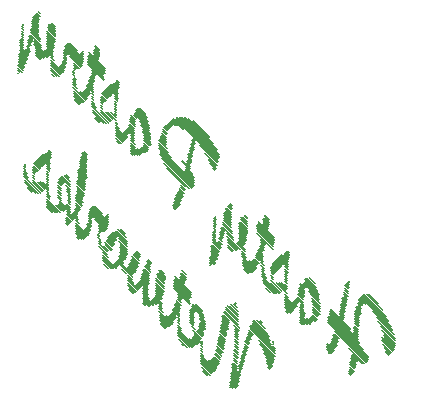
<source format=gbo>
G75*
G70*
%OFA0B0*%
%FSLAX24Y24*%
%IPPOS*%
%LPD*%
%AMOC8*
5,1,8,0,0,1.08239X$1,22.5*
%
%ADD10R,0.0060X0.0060*%
%ADD11R,0.0120X0.0060*%
%ADD12R,0.0240X0.0060*%
%ADD13R,0.0300X0.0060*%
%ADD14R,0.0360X0.0060*%
%ADD15R,0.0180X0.0060*%
%ADD16R,0.0420X0.0060*%
%ADD17R,0.0540X0.0060*%
%ADD18R,0.0600X0.0060*%
%ADD19R,0.0480X0.0060*%
%ADD20R,0.0660X0.0060*%
%ADD21R,0.0720X0.0060*%
%ADD22R,0.0840X0.0060*%
%ADD23R,0.0780X0.0060*%
%ADD24R,0.0900X0.0060*%
%ADD25R,0.1200X0.0060*%
%ADD26R,0.1500X0.0060*%
%ADD27R,0.1440X0.0060*%
%ADD28R,0.1860X0.0060*%
%ADD29R,0.1560X0.0060*%
%ADD30R,0.1920X0.0060*%
%ADD31R,0.1620X0.0060*%
%ADD32R,0.1680X0.0060*%
%ADD33R,0.1380X0.0060*%
%ADD34R,0.0960X0.0060*%
%ADD35R,0.2040X0.0060*%
%ADD36R,0.1980X0.0060*%
%ADD37R,0.1800X0.0060*%
%ADD38R,0.1260X0.0060*%
%ADD39R,0.1080X0.0060*%
D10*
G36*
X005452Y009401D02*
X005494Y009359D01*
X005452Y009317D01*
X005410Y009359D01*
X005452Y009401D01*
G37*
G36*
X005749Y010038D02*
X005791Y009996D01*
X005749Y009954D01*
X005707Y009996D01*
X005749Y010038D01*
G37*
G36*
X002991Y011692D02*
X003033Y011650D01*
X002991Y011608D01*
X002949Y011650D01*
X002991Y011692D01*
G37*
G36*
X002751Y014747D02*
X002793Y014705D01*
X002751Y014663D01*
X002709Y014705D01*
X002751Y014747D01*
G37*
G36*
X002920Y016359D02*
X002962Y016317D01*
X002920Y016275D01*
X002878Y016317D01*
X002920Y016359D01*
G37*
G36*
X004617Y014832D02*
X004659Y014790D01*
X004617Y014748D01*
X004575Y014790D01*
X004617Y014832D01*
G37*
G36*
X004914Y015468D02*
X004956Y015426D01*
X004914Y015384D01*
X004872Y015426D01*
X004914Y015468D01*
G37*
G36*
X009327Y009953D02*
X009369Y009911D01*
X009327Y009869D01*
X009285Y009911D01*
X009327Y009953D01*
G37*
G36*
X009157Y008341D02*
X009199Y008299D01*
X009157Y008257D01*
X009115Y008299D01*
X009157Y008341D01*
G37*
G36*
X009991Y007068D02*
X010033Y007026D01*
X009991Y006984D01*
X009949Y007026D01*
X009991Y007068D01*
G37*
G36*
X008888Y005795D02*
X008930Y005753D01*
X008888Y005711D01*
X008846Y005753D01*
X008888Y005795D01*
G37*
G36*
X009822Y004268D02*
X009864Y004226D01*
X009822Y004184D01*
X009780Y004226D01*
X009822Y004268D01*
G37*
G36*
X011264Y005710D02*
X011306Y005668D01*
X011264Y005626D01*
X011222Y005668D01*
X011264Y005710D01*
G37*
G36*
X011264Y005795D02*
X011306Y005753D01*
X011264Y005711D01*
X011222Y005753D01*
X011264Y005795D01*
G37*
G36*
X013103Y005413D02*
X013145Y005371D01*
X013103Y005329D01*
X013061Y005371D01*
X013103Y005413D01*
G37*
G36*
X013782Y007789D02*
X013824Y007747D01*
X013782Y007705D01*
X013740Y007747D01*
X013782Y007789D01*
G37*
D11*
G36*
X013739Y007746D02*
X013823Y007662D01*
X013781Y007620D01*
X013697Y007704D01*
X013739Y007746D01*
G37*
G36*
X012170Y006431D02*
X012254Y006347D01*
X012212Y006305D01*
X012128Y006389D01*
X012170Y006431D01*
G37*
G36*
X011703Y006813D02*
X011787Y006729D01*
X011745Y006687D01*
X011661Y006771D01*
X011703Y006813D01*
G37*
G36*
X011660Y007704D02*
X011744Y007620D01*
X011702Y007578D01*
X011618Y007662D01*
X011660Y007704D01*
G37*
G36*
X011660Y007789D02*
X011744Y007705D01*
X011702Y007663D01*
X011618Y007747D01*
X011660Y007789D01*
G37*
G36*
X011660Y007874D02*
X011744Y007790D01*
X011702Y007748D01*
X011618Y007832D01*
X011660Y007874D01*
G37*
G36*
X011660Y007959D02*
X011744Y007875D01*
X011702Y007833D01*
X011618Y007917D01*
X011660Y007959D01*
G37*
G36*
X011660Y008043D02*
X011744Y007959D01*
X011702Y007917D01*
X011618Y008001D01*
X011660Y008043D01*
G37*
G36*
X011660Y008128D02*
X011744Y008044D01*
X011702Y008002D01*
X011618Y008086D01*
X011660Y008128D01*
G37*
G36*
X011194Y008086D02*
X011278Y008002D01*
X011236Y007960D01*
X011152Y008044D01*
X011194Y008086D01*
G37*
G36*
X011194Y008001D02*
X011278Y007917D01*
X011236Y007875D01*
X011152Y007959D01*
X011194Y008001D01*
G37*
G36*
X011194Y007916D02*
X011278Y007832D01*
X011236Y007790D01*
X011152Y007874D01*
X011194Y007916D01*
G37*
G36*
X010897Y008213D02*
X010981Y008129D01*
X010939Y008087D01*
X010855Y008171D01*
X010897Y008213D01*
G37*
G36*
X011745Y008807D02*
X011829Y008723D01*
X011787Y008681D01*
X011703Y008765D01*
X011745Y008807D01*
G37*
G36*
X009836Y010377D02*
X009920Y010293D01*
X009878Y010251D01*
X009794Y010335D01*
X009836Y010377D01*
G37*
G36*
X009285Y009910D02*
X009369Y009826D01*
X009327Y009784D01*
X009243Y009868D01*
X009285Y009910D01*
G37*
G36*
X009285Y009825D02*
X009369Y009741D01*
X009327Y009699D01*
X009243Y009783D01*
X009285Y009825D01*
G37*
G36*
X009285Y009740D02*
X009369Y009656D01*
X009327Y009614D01*
X009243Y009698D01*
X009285Y009740D01*
G37*
G36*
X009285Y009656D02*
X009369Y009572D01*
X009327Y009530D01*
X009243Y009614D01*
X009285Y009656D01*
G37*
G36*
X009285Y009571D02*
X009369Y009487D01*
X009327Y009445D01*
X009243Y009529D01*
X009285Y009571D01*
G37*
G36*
X009285Y009486D02*
X009369Y009402D01*
X009327Y009360D01*
X009243Y009444D01*
X009285Y009486D01*
G37*
G36*
X009497Y009274D02*
X009581Y009190D01*
X009539Y009148D01*
X009455Y009232D01*
X009497Y009274D01*
G37*
G36*
X009157Y008425D02*
X009241Y008341D01*
X009199Y008299D01*
X009115Y008383D01*
X009157Y008425D01*
G37*
G36*
X007927Y010250D02*
X008011Y010166D01*
X007969Y010124D01*
X007885Y010208D01*
X007927Y010250D01*
G37*
G36*
X009242Y011565D02*
X009326Y011481D01*
X009284Y011439D01*
X009200Y011523D01*
X009242Y011565D01*
G37*
G36*
X008563Y012413D02*
X008647Y012329D01*
X008605Y012287D01*
X008521Y012371D01*
X008563Y012413D01*
G37*
G36*
X008606Y012541D02*
X008690Y012457D01*
X008648Y012415D01*
X008564Y012499D01*
X008606Y012541D01*
G37*
G36*
X006527Y012074D02*
X006611Y011990D01*
X006569Y011948D01*
X006485Y012032D01*
X006527Y012074D01*
G37*
G36*
X006060Y012456D02*
X006144Y012372D01*
X006102Y012330D01*
X006018Y012414D01*
X006060Y012456D01*
G37*
G36*
X006018Y013092D02*
X006102Y013008D01*
X006060Y012966D01*
X005976Y013050D01*
X006018Y013092D01*
G37*
G36*
X005975Y013389D02*
X006059Y013305D01*
X006017Y013263D01*
X005933Y013347D01*
X005975Y013389D01*
G37*
G36*
X005975Y013474D02*
X006059Y013390D01*
X006017Y013348D01*
X005933Y013432D01*
X005975Y013474D01*
G37*
G36*
X005975Y013559D02*
X006059Y013475D01*
X006017Y013433D01*
X005933Y013517D01*
X005975Y013559D01*
G37*
G36*
X005975Y013644D02*
X006059Y013560D01*
X006017Y013518D01*
X005933Y013602D01*
X005975Y013644D01*
G37*
G36*
X005975Y013729D02*
X006059Y013645D01*
X006017Y013603D01*
X005933Y013687D01*
X005975Y013729D01*
G37*
G36*
X005975Y013813D02*
X006059Y013729D01*
X006017Y013687D01*
X005933Y013771D01*
X005975Y013813D01*
G37*
G36*
X005509Y013771D02*
X005593Y013687D01*
X005551Y013645D01*
X005467Y013729D01*
X005509Y013771D01*
G37*
G36*
X005509Y013686D02*
X005593Y013602D01*
X005551Y013560D01*
X005467Y013644D01*
X005509Y013686D01*
G37*
G36*
X005509Y013601D02*
X005593Y013517D01*
X005551Y013475D01*
X005467Y013559D01*
X005509Y013601D01*
G37*
G36*
X005212Y013898D02*
X005296Y013814D01*
X005254Y013772D01*
X005170Y013856D01*
X005212Y013898D01*
G37*
G36*
X005212Y013983D02*
X005296Y013899D01*
X005254Y013857D01*
X005170Y013941D01*
X005212Y013983D01*
G37*
G36*
X005212Y014068D02*
X005296Y013984D01*
X005254Y013942D01*
X005170Y014026D01*
X005212Y014068D01*
G37*
G36*
X004618Y014577D02*
X004702Y014493D01*
X004660Y014451D01*
X004576Y014535D01*
X004618Y014577D01*
G37*
G36*
X004575Y014704D02*
X004659Y014620D01*
X004617Y014578D01*
X004533Y014662D01*
X004575Y014704D01*
G37*
G36*
X004575Y014789D02*
X004659Y014705D01*
X004617Y014663D01*
X004533Y014747D01*
X004575Y014789D01*
G37*
G36*
X004618Y014916D02*
X004702Y014832D01*
X004660Y014790D01*
X004576Y014874D01*
X004618Y014916D01*
G37*
G36*
X004872Y015426D02*
X004956Y015342D01*
X004914Y015300D01*
X004830Y015384D01*
X004872Y015426D01*
G37*
G36*
X003896Y014704D02*
X003980Y014620D01*
X003938Y014578D01*
X003854Y014662D01*
X003896Y014704D01*
G37*
G36*
X003090Y015680D02*
X003174Y015596D01*
X003132Y015554D01*
X003048Y015638D01*
X003090Y015680D01*
G37*
G36*
X002878Y015892D02*
X002962Y015808D01*
X002920Y015766D01*
X002836Y015850D01*
X002878Y015892D01*
G37*
G36*
X002878Y015977D02*
X002962Y015893D01*
X002920Y015851D01*
X002836Y015935D01*
X002878Y015977D01*
G37*
G36*
X002878Y016062D02*
X002962Y015978D01*
X002920Y015936D01*
X002836Y016020D01*
X002878Y016062D01*
G37*
G36*
X002878Y016147D02*
X002962Y016063D01*
X002920Y016021D01*
X002836Y016105D01*
X002878Y016147D01*
G37*
G36*
X002878Y016232D02*
X002962Y016148D01*
X002920Y016106D01*
X002836Y016190D01*
X002878Y016232D01*
G37*
G36*
X002878Y016317D02*
X002962Y016233D01*
X002920Y016191D01*
X002836Y016275D01*
X002878Y016317D01*
G37*
G36*
X003430Y016783D02*
X003514Y016699D01*
X003472Y016657D01*
X003388Y016741D01*
X003430Y016783D01*
G37*
G36*
X002751Y014832D02*
X002835Y014748D01*
X002793Y014706D01*
X002709Y014790D01*
X002751Y014832D01*
G37*
G36*
X003797Y012159D02*
X003881Y012075D01*
X003839Y012033D01*
X003755Y012117D01*
X003797Y012159D01*
G37*
G36*
X003713Y011480D02*
X003797Y011396D01*
X003755Y011354D01*
X003671Y011438D01*
X003713Y011480D01*
G37*
G36*
X003713Y011395D02*
X003797Y011311D01*
X003755Y011269D01*
X003671Y011353D01*
X003713Y011395D01*
G37*
G36*
X003713Y011310D02*
X003797Y011226D01*
X003755Y011184D01*
X003671Y011268D01*
X003713Y011310D01*
G37*
G36*
X003713Y011225D02*
X003797Y011141D01*
X003755Y011099D01*
X003671Y011183D01*
X003713Y011225D01*
G37*
G36*
X003713Y011141D02*
X003797Y011057D01*
X003755Y011015D01*
X003671Y011099D01*
X003713Y011141D01*
G37*
G36*
X003713Y011056D02*
X003797Y010972D01*
X003755Y010930D01*
X003671Y011014D01*
X003713Y011056D01*
G37*
G36*
X003713Y010801D02*
X003797Y010717D01*
X003755Y010675D01*
X003671Y010759D01*
X003713Y010801D01*
G37*
G36*
X003246Y011268D02*
X003330Y011184D01*
X003288Y011142D01*
X003204Y011226D01*
X003246Y011268D01*
G37*
G36*
X003246Y011353D02*
X003330Y011269D01*
X003288Y011227D01*
X003204Y011311D01*
X003246Y011353D01*
G37*
G36*
X003246Y011437D02*
X003330Y011353D01*
X003288Y011311D01*
X003204Y011395D01*
X003246Y011437D01*
G37*
G36*
X002949Y011565D02*
X003033Y011481D01*
X002991Y011439D01*
X002907Y011523D01*
X002949Y011565D01*
G37*
G36*
X002949Y011650D02*
X003033Y011566D01*
X002991Y011524D01*
X002907Y011608D01*
X002949Y011650D01*
G37*
G36*
X004434Y010674D02*
X004518Y010590D01*
X004476Y010548D01*
X004392Y010632D01*
X004434Y010674D01*
G37*
G36*
X004434Y010589D02*
X004518Y010505D01*
X004476Y010463D01*
X004392Y010547D01*
X004434Y010589D01*
G37*
G36*
X004434Y010504D02*
X004518Y010420D01*
X004476Y010378D01*
X004392Y010462D01*
X004434Y010504D01*
G37*
G36*
X004434Y010419D02*
X004518Y010335D01*
X004476Y010293D01*
X004392Y010377D01*
X004434Y010419D01*
G37*
G36*
X004349Y009740D02*
X004433Y009656D01*
X004391Y009614D01*
X004307Y009698D01*
X004349Y009740D01*
G37*
G36*
X004731Y009274D02*
X004815Y009190D01*
X004773Y009148D01*
X004689Y009232D01*
X004731Y009274D01*
G37*
G36*
X005410Y009359D02*
X005494Y009275D01*
X005452Y009233D01*
X005368Y009317D01*
X005410Y009359D01*
G37*
G36*
X005452Y009486D02*
X005536Y009402D01*
X005494Y009360D01*
X005410Y009444D01*
X005452Y009486D01*
G37*
G36*
X005452Y009146D02*
X005536Y009062D01*
X005494Y009020D01*
X005410Y009104D01*
X005452Y009146D01*
G37*
G36*
X005707Y009995D02*
X005791Y009911D01*
X005749Y009869D01*
X005665Y009953D01*
X005707Y009995D01*
G37*
G36*
X006937Y007068D02*
X007021Y006984D01*
X006979Y006942D01*
X006895Y007026D01*
X006937Y007068D01*
G37*
G36*
X008083Y006601D02*
X008167Y006517D01*
X008125Y006475D01*
X008041Y006559D01*
X008083Y006601D01*
G37*
G36*
X008083Y006516D02*
X008167Y006432D01*
X008125Y006390D01*
X008041Y006474D01*
X008083Y006516D01*
G37*
G36*
X008083Y006431D02*
X008167Y006347D01*
X008125Y006305D01*
X008041Y006389D01*
X008083Y006431D01*
G37*
G36*
X008210Y005710D02*
X008294Y005626D01*
X008252Y005584D01*
X008168Y005668D01*
X008210Y005710D01*
G37*
G36*
X008846Y005668D02*
X008930Y005584D01*
X008888Y005542D01*
X008804Y005626D01*
X008846Y005668D01*
G37*
G36*
X008846Y005583D02*
X008930Y005499D01*
X008888Y005457D01*
X008804Y005541D01*
X008846Y005583D01*
G37*
G36*
X008846Y005498D02*
X008930Y005414D01*
X008888Y005372D01*
X008804Y005456D01*
X008846Y005498D01*
G37*
G36*
X010119Y004904D02*
X010203Y004820D01*
X010161Y004778D01*
X010077Y004862D01*
X010119Y004904D01*
G37*
G36*
X010161Y005031D02*
X010245Y004947D01*
X010203Y004905D01*
X010119Y004989D01*
X010161Y005031D01*
G37*
G36*
X010204Y005158D02*
X010288Y005074D01*
X010246Y005032D01*
X010162Y005116D01*
X010204Y005158D01*
G37*
G36*
X010246Y005371D02*
X010330Y005287D01*
X010288Y005245D01*
X010204Y005329D01*
X010246Y005371D01*
G37*
G36*
X010289Y005498D02*
X010373Y005414D01*
X010331Y005372D01*
X010247Y005456D01*
X010289Y005498D01*
G37*
G36*
X010331Y005625D02*
X010415Y005541D01*
X010373Y005499D01*
X010289Y005583D01*
X010331Y005625D01*
G37*
G36*
X010119Y004819D02*
X010203Y004735D01*
X010161Y004693D01*
X010077Y004777D01*
X010119Y004819D01*
G37*
G36*
X011095Y004946D02*
X011179Y004862D01*
X011137Y004820D01*
X011053Y004904D01*
X011095Y004946D01*
G37*
G36*
X011265Y005625D02*
X011349Y005541D01*
X011307Y005499D01*
X011223Y005583D01*
X011265Y005625D01*
G37*
G36*
X010840Y006474D02*
X010924Y006390D01*
X010882Y006348D01*
X010798Y006432D01*
X010840Y006474D01*
G37*
G36*
X013782Y004734D02*
X013866Y004650D01*
X013824Y004608D01*
X013740Y004692D01*
X013782Y004734D01*
G37*
G36*
X006060Y014492D02*
X006144Y014408D01*
X006102Y014366D01*
X006018Y014450D01*
X006060Y014492D01*
G37*
D12*
G36*
X006471Y007535D02*
X006640Y007366D01*
X006597Y007323D01*
X006428Y007492D01*
X006471Y007535D01*
G37*
G36*
X006428Y008002D02*
X006597Y007833D01*
X006554Y007790D01*
X006385Y007959D01*
X006428Y008002D01*
G37*
G36*
X006216Y008214D02*
X006385Y008045D01*
X006342Y008002D01*
X006173Y008171D01*
X006216Y008214D01*
G37*
G36*
X006131Y008553D02*
X006300Y008384D01*
X006257Y008341D01*
X006088Y008510D01*
X006131Y008553D01*
G37*
G36*
X006131Y008638D02*
X006300Y008469D01*
X006257Y008426D01*
X006088Y008595D01*
X006131Y008638D01*
G37*
G36*
X006174Y008680D02*
X006343Y008511D01*
X006300Y008468D01*
X006131Y008637D01*
X006174Y008680D01*
G37*
G36*
X005622Y008977D02*
X005791Y008808D01*
X005748Y008765D01*
X005579Y008934D01*
X005622Y008977D01*
G37*
G36*
X005877Y009402D02*
X006046Y009233D01*
X006003Y009190D01*
X005834Y009359D01*
X005877Y009402D01*
G37*
G36*
X005919Y009444D02*
X006088Y009275D01*
X006045Y009232D01*
X005876Y009401D01*
X005919Y009444D01*
G37*
G36*
X006174Y009529D02*
X006343Y009360D01*
X006300Y009317D01*
X006131Y009486D01*
X006174Y009529D01*
G37*
G36*
X006683Y008765D02*
X006852Y008596D01*
X006809Y008553D01*
X006640Y008722D01*
X006683Y008765D01*
G37*
G36*
X006640Y008723D02*
X006809Y008554D01*
X006766Y008511D01*
X006597Y008680D01*
X006640Y008723D01*
G37*
G36*
X007022Y008341D02*
X007191Y008172D01*
X007148Y008129D01*
X006979Y008298D01*
X007022Y008341D01*
G37*
G36*
X006980Y008214D02*
X007149Y008045D01*
X007106Y008002D01*
X006937Y008171D01*
X006980Y008214D01*
G37*
G36*
X006937Y007577D02*
X007106Y007408D01*
X007063Y007365D01*
X006894Y007534D01*
X006937Y007577D01*
G37*
G36*
X006937Y007492D02*
X007106Y007323D01*
X007063Y007280D01*
X006894Y007449D01*
X006937Y007492D01*
G37*
G36*
X007234Y007195D02*
X007403Y007026D01*
X007360Y006983D01*
X007191Y007152D01*
X007234Y007195D01*
G37*
G36*
X007362Y007323D02*
X007531Y007154D01*
X007488Y007111D01*
X007319Y007280D01*
X007362Y007323D01*
G37*
G36*
X007447Y006898D02*
X007616Y006729D01*
X007573Y006686D01*
X007404Y006855D01*
X007447Y006898D01*
G37*
G36*
X007786Y006644D02*
X007955Y006475D01*
X007912Y006432D01*
X007743Y006601D01*
X007786Y006644D01*
G37*
G36*
X007828Y006686D02*
X007997Y006517D01*
X007954Y006474D01*
X007785Y006643D01*
X007828Y006686D01*
G37*
G36*
X007871Y006729D02*
X008040Y006560D01*
X007997Y006517D01*
X007828Y006686D01*
X007871Y006729D01*
G37*
G36*
X007998Y006941D02*
X008167Y006772D01*
X008124Y006729D01*
X007955Y006898D01*
X007998Y006941D01*
G37*
G36*
X007998Y007026D02*
X008167Y006857D01*
X008124Y006814D01*
X007955Y006983D01*
X007998Y007026D01*
G37*
G36*
X008041Y007153D02*
X008210Y006984D01*
X008167Y006941D01*
X007998Y007110D01*
X008041Y007153D01*
G37*
G36*
X008083Y007365D02*
X008252Y007196D01*
X008209Y007153D01*
X008040Y007322D01*
X008083Y007365D01*
G37*
G36*
X008168Y007874D02*
X008337Y007705D01*
X008294Y007662D01*
X008125Y007831D01*
X008168Y007874D01*
G37*
G36*
X008168Y007959D02*
X008337Y007790D01*
X008294Y007747D01*
X008125Y007916D01*
X008168Y007959D01*
G37*
G36*
X008210Y008086D02*
X008379Y007917D01*
X008336Y007874D01*
X008167Y008043D01*
X008210Y008086D01*
G37*
G36*
X008210Y008171D02*
X008379Y008002D01*
X008336Y007959D01*
X008167Y008128D01*
X008210Y008171D01*
G37*
G36*
X009158Y008511D02*
X009327Y008342D01*
X009284Y008299D01*
X009115Y008468D01*
X009158Y008511D01*
G37*
G36*
X009200Y008638D02*
X009369Y008469D01*
X009326Y008426D01*
X009157Y008595D01*
X009200Y008638D01*
G37*
G36*
X009752Y008935D02*
X009921Y008766D01*
X009878Y008723D01*
X009709Y008892D01*
X009752Y008935D01*
G37*
G36*
X010134Y009147D02*
X010303Y008978D01*
X010260Y008935D01*
X010091Y009104D01*
X010134Y009147D01*
G37*
G36*
X010218Y008723D02*
X010387Y008554D01*
X010344Y008511D01*
X010175Y008680D01*
X010218Y008723D01*
G37*
G36*
X010558Y008468D02*
X010727Y008299D01*
X010684Y008256D01*
X010515Y008425D01*
X010558Y008468D01*
G37*
G36*
X010600Y008511D02*
X010769Y008342D01*
X010726Y008299D01*
X010557Y008468D01*
X010600Y008511D01*
G37*
G36*
X010643Y008553D02*
X010812Y008384D01*
X010769Y008341D01*
X010600Y008510D01*
X010643Y008553D01*
G37*
G36*
X010770Y008765D02*
X010939Y008596D01*
X010896Y008553D01*
X010727Y008722D01*
X010770Y008765D01*
G37*
G36*
X010770Y008850D02*
X010939Y008681D01*
X010896Y008638D01*
X010727Y008807D01*
X010770Y008850D01*
G37*
G36*
X010812Y008977D02*
X010981Y008808D01*
X010938Y008765D01*
X010769Y008934D01*
X010812Y008977D01*
G37*
G36*
X010855Y009189D02*
X011024Y009020D01*
X010981Y008977D01*
X010812Y009146D01*
X010855Y009189D01*
G37*
G36*
X010940Y009699D02*
X011109Y009530D01*
X011066Y009487D01*
X010897Y009656D01*
X010940Y009699D01*
G37*
G36*
X010940Y009783D02*
X011109Y009614D01*
X011066Y009571D01*
X010897Y009740D01*
X010940Y009783D01*
G37*
G36*
X010982Y009911D02*
X011151Y009742D01*
X011108Y009699D01*
X010939Y009868D01*
X010982Y009911D01*
G37*
G36*
X010982Y009996D02*
X011151Y009827D01*
X011108Y009784D01*
X010939Y009953D01*
X010982Y009996D01*
G37*
G36*
X010261Y009953D02*
X010430Y009784D01*
X010387Y009741D01*
X010218Y009910D01*
X010261Y009953D01*
G37*
G36*
X009709Y010250D02*
X009878Y010081D01*
X009835Y010038D01*
X009666Y010207D01*
X009709Y010250D01*
G37*
G36*
X008140Y010887D02*
X008309Y010718D01*
X008266Y010675D01*
X008097Y010844D01*
X008140Y010887D01*
G37*
G36*
X008182Y011014D02*
X008351Y010845D01*
X008308Y010802D01*
X008139Y010971D01*
X008182Y011014D01*
G37*
G36*
X008097Y010759D02*
X008266Y010590D01*
X008223Y010547D01*
X008054Y010716D01*
X008097Y010759D01*
G37*
G36*
X008055Y010717D02*
X008224Y010548D01*
X008181Y010505D01*
X008012Y010674D01*
X008055Y010717D01*
G37*
G36*
X008012Y010590D02*
X008181Y010421D01*
X008138Y010378D01*
X007969Y010547D01*
X008012Y010590D01*
G37*
G36*
X007970Y010462D02*
X008139Y010293D01*
X008096Y010250D01*
X007927Y010419D01*
X007970Y010462D01*
G37*
G36*
X006867Y012244D02*
X007036Y012075D01*
X006993Y012032D01*
X006824Y012201D01*
X006867Y012244D01*
G37*
G36*
X006909Y012287D02*
X007078Y012118D01*
X007035Y012075D01*
X006866Y012244D01*
X006909Y012287D01*
G37*
G36*
X006952Y012414D02*
X007121Y012245D01*
X007078Y012202D01*
X006909Y012371D01*
X006952Y012414D01*
G37*
G36*
X006952Y012329D02*
X007121Y012160D01*
X007078Y012117D01*
X006909Y012286D01*
X006952Y012329D01*
G37*
G36*
X006739Y012202D02*
X006908Y012033D01*
X006865Y011990D01*
X006696Y012159D01*
X006739Y012202D01*
G37*
G36*
X006527Y012414D02*
X006696Y012245D01*
X006653Y012202D01*
X006484Y012371D01*
X006527Y012414D01*
G37*
G36*
X006527Y012499D02*
X006696Y012330D01*
X006653Y012287D01*
X006484Y012456D01*
X006527Y012499D01*
G37*
G36*
X006273Y012753D02*
X006442Y012584D01*
X006399Y012541D01*
X006230Y012710D01*
X006273Y012753D01*
G37*
G36*
X006485Y013050D02*
X006654Y012881D01*
X006611Y012838D01*
X006442Y013007D01*
X006485Y013050D01*
G37*
G36*
X006527Y013262D02*
X006696Y013093D01*
X006653Y013050D01*
X006484Y013219D01*
X006527Y013262D01*
G37*
G36*
X006527Y013347D02*
X006696Y013178D01*
X006653Y013135D01*
X006484Y013304D01*
X006527Y013347D01*
G37*
G36*
X005933Y014365D02*
X006102Y014196D01*
X006059Y014153D01*
X005890Y014322D01*
X005933Y014365D01*
G37*
G36*
X005976Y014408D02*
X006145Y014239D01*
X006102Y014196D01*
X005933Y014365D01*
X005976Y014408D01*
G37*
G36*
X005551Y013984D02*
X005720Y013815D01*
X005677Y013772D01*
X005508Y013941D01*
X005551Y013984D01*
G37*
G36*
X005509Y013941D02*
X005678Y013772D01*
X005635Y013729D01*
X005466Y013898D01*
X005509Y013941D01*
G37*
G36*
X005212Y013729D02*
X005381Y013560D01*
X005338Y013517D01*
X005169Y013686D01*
X005212Y013729D01*
G37*
G36*
X004915Y014111D02*
X005084Y013942D01*
X005041Y013899D01*
X004872Y014068D01*
X004915Y014111D01*
G37*
G36*
X004958Y014153D02*
X005127Y013984D01*
X005084Y013941D01*
X004915Y014110D01*
X004958Y014153D01*
G37*
G36*
X005000Y014196D02*
X005169Y014027D01*
X005126Y013984D01*
X004957Y014153D01*
X005000Y014196D01*
G37*
G36*
X005127Y014408D02*
X005296Y014239D01*
X005253Y014196D01*
X005084Y014365D01*
X005127Y014408D01*
G37*
G36*
X005127Y014493D02*
X005296Y014324D01*
X005253Y014281D01*
X005084Y014450D01*
X005127Y014493D01*
G37*
G36*
X005170Y014620D02*
X005339Y014451D01*
X005296Y014408D01*
X005127Y014577D01*
X005170Y014620D01*
G37*
G36*
X005212Y014832D02*
X005381Y014663D01*
X005338Y014620D01*
X005169Y014789D01*
X005212Y014832D01*
G37*
G36*
X005297Y015341D02*
X005466Y015172D01*
X005423Y015129D01*
X005254Y015298D01*
X005297Y015341D01*
G37*
G36*
X005297Y015426D02*
X005466Y015257D01*
X005423Y015214D01*
X005254Y015383D01*
X005297Y015426D01*
G37*
G36*
X005339Y015553D02*
X005508Y015384D01*
X005465Y015341D01*
X005296Y015510D01*
X005339Y015553D01*
G37*
G36*
X005339Y015638D02*
X005508Y015469D01*
X005465Y015426D01*
X005296Y015595D01*
X005339Y015638D01*
G37*
G36*
X004279Y015511D02*
X004448Y015342D01*
X004405Y015299D01*
X004236Y015468D01*
X004279Y015511D01*
G37*
G36*
X004151Y014959D02*
X004320Y014790D01*
X004277Y014747D01*
X004108Y014916D01*
X004151Y014959D01*
G37*
G36*
X003642Y015469D02*
X003811Y015300D01*
X003768Y015257D01*
X003599Y015426D01*
X003642Y015469D01*
G37*
G36*
X003345Y015341D02*
X003514Y015172D01*
X003471Y015129D01*
X003302Y015298D01*
X003345Y015341D01*
G37*
G36*
X002794Y015044D02*
X002963Y014875D01*
X002920Y014832D01*
X002751Y015001D01*
X002794Y015044D01*
G37*
G36*
X002751Y014917D02*
X002920Y014748D01*
X002877Y014705D01*
X002708Y014874D01*
X002751Y014917D01*
G37*
G36*
X003854Y016360D02*
X004023Y016191D01*
X003980Y016148D01*
X003811Y016317D01*
X003854Y016360D01*
G37*
G36*
X003303Y016657D02*
X003472Y016488D01*
X003429Y016445D01*
X003260Y016614D01*
X003303Y016657D01*
G37*
G36*
X004576Y014365D02*
X004745Y014196D01*
X004702Y014153D01*
X004533Y014322D01*
X004576Y014365D01*
G37*
G36*
X004661Y013856D02*
X004830Y013687D01*
X004787Y013644D01*
X004618Y013813D01*
X004661Y013856D01*
G37*
G36*
X005339Y013262D02*
X005508Y013093D01*
X005465Y013050D01*
X005296Y013219D01*
X005339Y013262D01*
G37*
G36*
X004901Y012074D02*
X005070Y011905D01*
X005027Y011862D01*
X004858Y012031D01*
X004901Y012074D01*
G37*
G36*
X004901Y011990D02*
X005070Y011821D01*
X005027Y011778D01*
X004858Y011947D01*
X004901Y011990D01*
G37*
G36*
X004137Y011226D02*
X004306Y011057D01*
X004263Y011014D01*
X004094Y011183D01*
X004137Y011226D01*
G37*
G36*
X004349Y011014D02*
X004518Y010845D01*
X004475Y010802D01*
X004306Y010971D01*
X004349Y011014D01*
G37*
G36*
X004349Y010335D02*
X004518Y010166D01*
X004475Y010123D01*
X004306Y010292D01*
X004349Y010335D01*
G37*
G36*
X004604Y010080D02*
X004773Y009911D01*
X004730Y009868D01*
X004561Y010037D01*
X004604Y010080D01*
G37*
G36*
X004689Y010335D02*
X004858Y010166D01*
X004815Y010123D01*
X004646Y010292D01*
X004689Y010335D01*
G37*
G36*
X004689Y010420D02*
X004858Y010251D01*
X004815Y010208D01*
X004646Y010377D01*
X004689Y010420D01*
G37*
G36*
X004392Y009953D02*
X004561Y009784D01*
X004518Y009741D01*
X004349Y009910D01*
X004392Y009953D01*
G37*
G36*
X004349Y009911D02*
X004518Y009742D01*
X004475Y009699D01*
X004306Y009868D01*
X004349Y009911D01*
G37*
G36*
X004986Y009529D02*
X005155Y009360D01*
X005112Y009317D01*
X004943Y009486D01*
X004986Y009529D01*
G37*
G36*
X005113Y010080D02*
X005282Y009911D01*
X005239Y009868D01*
X005070Y010037D01*
X005113Y010080D01*
G37*
G36*
X005622Y008383D02*
X005791Y008214D01*
X005748Y008171D01*
X005579Y008340D01*
X005622Y008383D01*
G37*
G36*
X007531Y006389D02*
X007700Y006220D01*
X007657Y006177D01*
X007488Y006346D01*
X007531Y006389D01*
G37*
G36*
X008804Y006304D02*
X008973Y006135D01*
X008930Y006092D01*
X008761Y006261D01*
X008804Y006304D01*
G37*
G36*
X008847Y006432D02*
X009016Y006263D01*
X008973Y006220D01*
X008804Y006389D01*
X008847Y006432D01*
G37*
G36*
X008804Y006220D02*
X008973Y006051D01*
X008930Y006008D01*
X008761Y006177D01*
X008804Y006220D01*
G37*
G36*
X009398Y005541D02*
X009567Y005372D01*
X009524Y005329D01*
X009355Y005498D01*
X009398Y005541D01*
G37*
G36*
X009356Y005414D02*
X009525Y005245D01*
X009482Y005202D01*
X009313Y005371D01*
X009356Y005414D01*
G37*
G36*
X009313Y005286D02*
X009482Y005117D01*
X009439Y005074D01*
X009270Y005243D01*
X009313Y005286D01*
G37*
G36*
X008931Y004820D02*
X009100Y004651D01*
X009057Y004608D01*
X008888Y004777D01*
X008931Y004820D01*
G37*
G36*
X009907Y005032D02*
X010076Y004863D01*
X010033Y004820D01*
X009864Y004989D01*
X009907Y005032D01*
G37*
G36*
X009950Y005414D02*
X010119Y005245D01*
X010076Y005202D01*
X009907Y005371D01*
X009950Y005414D01*
G37*
G36*
X009950Y005498D02*
X010119Y005329D01*
X010076Y005286D01*
X009907Y005455D01*
X009950Y005498D01*
G37*
G36*
X010459Y006177D02*
X010628Y006008D01*
X010585Y005965D01*
X010416Y006134D01*
X010459Y006177D01*
G37*
G36*
X011053Y005074D02*
X011222Y004905D01*
X011179Y004862D01*
X011010Y005031D01*
X011053Y005074D01*
G37*
G36*
X012170Y006517D02*
X012339Y006348D01*
X012296Y006305D01*
X012127Y006474D01*
X012170Y006517D01*
G37*
G36*
X012170Y006771D02*
X012339Y006602D01*
X012296Y006559D01*
X012127Y006728D01*
X012170Y006771D01*
G37*
G36*
X012170Y006856D02*
X012339Y006687D01*
X012296Y006644D01*
X012127Y006813D01*
X012170Y006856D01*
G37*
G36*
X011915Y007111D02*
X012084Y006942D01*
X012041Y006899D01*
X011872Y007068D01*
X011915Y007111D01*
G37*
G36*
X012128Y007408D02*
X012297Y007239D01*
X012254Y007196D01*
X012085Y007365D01*
X012128Y007408D01*
G37*
G36*
X012170Y007620D02*
X012339Y007451D01*
X012296Y007408D01*
X012127Y007577D01*
X012170Y007620D01*
G37*
G36*
X012170Y007705D02*
X012339Y007536D01*
X012296Y007493D01*
X012127Y007662D01*
X012170Y007705D01*
G37*
G36*
X011618Y008680D02*
X011787Y008511D01*
X011744Y008468D01*
X011575Y008637D01*
X011618Y008680D01*
G37*
G36*
X011661Y008723D02*
X011830Y008554D01*
X011787Y008511D01*
X011618Y008680D01*
X011661Y008723D01*
G37*
G36*
X011237Y008299D02*
X011406Y008130D01*
X011363Y008087D01*
X011194Y008256D01*
X011237Y008299D01*
G37*
G36*
X011194Y008256D02*
X011363Y008087D01*
X011320Y008044D01*
X011151Y008213D01*
X011194Y008256D01*
G37*
G36*
X010897Y008044D02*
X011066Y007875D01*
X011023Y007832D01*
X010854Y008001D01*
X010897Y008044D01*
G37*
G36*
X010303Y008214D02*
X010472Y008045D01*
X010429Y008002D01*
X010260Y008171D01*
X010303Y008214D01*
G37*
G36*
X011025Y007577D02*
X011194Y007408D01*
X011151Y007365D01*
X010982Y007534D01*
X011025Y007577D01*
G37*
G36*
X012382Y006559D02*
X012551Y006390D01*
X012508Y006347D01*
X012339Y006516D01*
X012382Y006559D01*
G37*
G36*
X012509Y006601D02*
X012678Y006432D01*
X012635Y006389D01*
X012466Y006558D01*
X012509Y006601D01*
G37*
G36*
X012552Y006644D02*
X012721Y006475D01*
X012678Y006432D01*
X012509Y006601D01*
X012552Y006644D01*
G37*
G36*
X012594Y006771D02*
X012763Y006602D01*
X012720Y006559D01*
X012551Y006728D01*
X012594Y006771D01*
G37*
G36*
X012594Y006686D02*
X012763Y006517D01*
X012720Y006474D01*
X012551Y006643D01*
X012594Y006686D01*
G37*
G36*
X013316Y006050D02*
X013485Y005881D01*
X013442Y005838D01*
X013273Y006007D01*
X013316Y006050D01*
G37*
G36*
X013273Y006007D02*
X013442Y005838D01*
X013399Y005795D01*
X013230Y005964D01*
X013273Y006007D01*
G37*
G36*
X013273Y005923D02*
X013442Y005754D01*
X013399Y005711D01*
X013230Y005880D01*
X013273Y005923D01*
G37*
G36*
X013231Y005880D02*
X013400Y005711D01*
X013357Y005668D01*
X013188Y005837D01*
X013231Y005880D01*
G37*
G36*
X013231Y005795D02*
X013400Y005626D01*
X013357Y005583D01*
X013188Y005752D01*
X013231Y005795D01*
G37*
G36*
X013188Y005753D02*
X013357Y005584D01*
X013314Y005541D01*
X013145Y005710D01*
X013188Y005753D01*
G37*
G36*
X013146Y005711D02*
X013315Y005542D01*
X013272Y005499D01*
X013103Y005668D01*
X013146Y005711D01*
G37*
G36*
X013061Y005541D02*
X013230Y005372D01*
X013187Y005329D01*
X013018Y005498D01*
X013061Y005541D01*
G37*
G36*
X013825Y005032D02*
X013994Y004863D01*
X013951Y004820D01*
X013782Y004989D01*
X013825Y005032D01*
G37*
G36*
X013867Y005159D02*
X014036Y004990D01*
X013993Y004947D01*
X013824Y005116D01*
X013867Y005159D01*
G37*
G36*
X013867Y005244D02*
X014036Y005075D01*
X013993Y005032D01*
X013824Y005201D01*
X013867Y005244D01*
G37*
G36*
X013825Y004947D02*
X013994Y004778D01*
X013951Y004735D01*
X013782Y004904D01*
X013825Y004947D01*
G37*
G36*
X013952Y006092D02*
X014121Y005923D01*
X014078Y005880D01*
X013909Y006049D01*
X013952Y006092D01*
G37*
G36*
X013952Y006177D02*
X014121Y006008D01*
X014078Y005965D01*
X013909Y006134D01*
X013952Y006177D01*
G37*
G36*
X013952Y006262D02*
X014121Y006093D01*
X014078Y006050D01*
X013909Y006219D01*
X013952Y006262D01*
G37*
G36*
X013994Y006474D02*
X014163Y006305D01*
X014120Y006262D01*
X013951Y006431D01*
X013994Y006474D01*
G37*
G36*
X013994Y006559D02*
X014163Y006390D01*
X014120Y006347D01*
X013951Y006516D01*
X013994Y006559D01*
G37*
G36*
X013994Y006644D02*
X014163Y006475D01*
X014120Y006432D01*
X013951Y006601D01*
X013994Y006644D01*
G37*
G36*
X013994Y006729D02*
X014163Y006560D01*
X014120Y006517D01*
X013951Y006686D01*
X013994Y006729D01*
G37*
G36*
X013994Y006814D02*
X014163Y006645D01*
X014120Y006602D01*
X013951Y006771D01*
X013994Y006814D01*
G37*
G36*
X014037Y006941D02*
X014206Y006772D01*
X014163Y006729D01*
X013994Y006898D01*
X014037Y006941D01*
G37*
G36*
X014037Y006856D02*
X014206Y006687D01*
X014163Y006644D01*
X013994Y006813D01*
X014037Y006856D01*
G37*
G36*
X014122Y007195D02*
X014291Y007026D01*
X014248Y006983D01*
X014079Y007152D01*
X014122Y007195D01*
G37*
G36*
X013613Y007450D02*
X013782Y007281D01*
X013739Y007238D01*
X013570Y007407D01*
X013613Y007450D01*
G37*
G36*
X013570Y007238D02*
X013739Y007069D01*
X013696Y007026D01*
X013527Y007195D01*
X013570Y007238D01*
G37*
G36*
X013570Y007153D02*
X013739Y006984D01*
X013696Y006941D01*
X013527Y007110D01*
X013570Y007153D01*
G37*
G36*
X013528Y007026D02*
X013697Y006857D01*
X013654Y006814D01*
X013485Y006983D01*
X013528Y007026D01*
G37*
G36*
X013528Y006941D02*
X013697Y006772D01*
X013654Y006729D01*
X013485Y006898D01*
X013528Y006941D01*
G37*
G36*
X013485Y006814D02*
X013654Y006645D01*
X013611Y006602D01*
X013442Y006771D01*
X013485Y006814D01*
G37*
G36*
X013485Y006729D02*
X013654Y006560D01*
X013611Y006517D01*
X013442Y006686D01*
X013485Y006729D01*
G37*
G36*
X007843Y013135D02*
X008012Y012966D01*
X007969Y012923D01*
X007800Y013092D01*
X007843Y013135D01*
G37*
G36*
X007588Y012881D02*
X007757Y012712D01*
X007714Y012669D01*
X007545Y012838D01*
X007588Y012881D01*
G37*
G36*
X007546Y012753D02*
X007715Y012584D01*
X007672Y012541D01*
X007503Y012710D01*
X007546Y012753D01*
G37*
G36*
X007546Y012668D02*
X007715Y012499D01*
X007672Y012456D01*
X007503Y012625D01*
X007546Y012668D01*
G37*
G36*
X006527Y012159D02*
X006696Y011990D01*
X006653Y011947D01*
X006484Y012116D01*
X006527Y012159D01*
G37*
G36*
X003713Y012074D02*
X003882Y011905D01*
X003839Y011862D01*
X003670Y012031D01*
X003713Y012074D01*
G37*
G36*
X003671Y012032D02*
X003840Y011863D01*
X003797Y011820D01*
X003628Y011989D01*
X003671Y012032D01*
G37*
G36*
X003289Y011650D02*
X003458Y011481D01*
X003415Y011438D01*
X003246Y011607D01*
X003289Y011650D01*
G37*
G36*
X003246Y011608D02*
X003415Y011439D01*
X003372Y011396D01*
X003203Y011565D01*
X003246Y011608D01*
G37*
G36*
X002949Y011396D02*
X003118Y011227D01*
X003075Y011184D01*
X002906Y011353D01*
X002949Y011396D01*
G37*
G36*
X003077Y010929D02*
X003246Y010760D01*
X003203Y010717D01*
X003034Y010886D01*
X003077Y010929D01*
G37*
D13*
G36*
X003586Y011098D02*
X003797Y010887D01*
X003754Y010844D01*
X003543Y011055D01*
X003586Y011098D01*
G37*
G36*
X003289Y011735D02*
X003500Y011524D01*
X003457Y011481D01*
X003246Y011692D01*
X003289Y011735D01*
G37*
G36*
X003331Y011777D02*
X003542Y011566D01*
X003499Y011523D01*
X003288Y011734D01*
X003331Y011777D01*
G37*
G36*
X003374Y011820D02*
X003585Y011609D01*
X003542Y011566D01*
X003331Y011777D01*
X003374Y011820D01*
G37*
G36*
X003416Y011862D02*
X003627Y011651D01*
X003584Y011608D01*
X003373Y011819D01*
X003416Y011862D01*
G37*
G36*
X003459Y011905D02*
X003670Y011694D01*
X003627Y011651D01*
X003416Y011862D01*
X003459Y011905D01*
G37*
G36*
X004307Y011311D02*
X004518Y011100D01*
X004475Y011057D01*
X004264Y011268D01*
X004307Y011311D01*
G37*
G36*
X004731Y010801D02*
X004942Y010590D01*
X004899Y010547D01*
X004688Y010758D01*
X004731Y010801D01*
G37*
G36*
X004731Y010717D02*
X004942Y010506D01*
X004899Y010463D01*
X004688Y010674D01*
X004731Y010717D01*
G37*
G36*
X004689Y010589D02*
X004900Y010378D01*
X004857Y010335D01*
X004646Y010546D01*
X004689Y010589D01*
G37*
G36*
X004689Y010504D02*
X004900Y010293D01*
X004857Y010250D01*
X004646Y010461D01*
X004689Y010504D01*
G37*
G36*
X004137Y010377D02*
X004348Y010166D01*
X004305Y010123D01*
X004094Y010334D01*
X004137Y010377D01*
G37*
G36*
X004095Y010335D02*
X004306Y010124D01*
X004263Y010081D01*
X004052Y010292D01*
X004095Y010335D01*
G37*
G36*
X004010Y010335D02*
X004221Y010124D01*
X004178Y010081D01*
X003967Y010292D01*
X004010Y010335D01*
G37*
G36*
X003713Y010292D02*
X003924Y010081D01*
X003881Y010038D01*
X003670Y010249D01*
X003713Y010292D01*
G37*
G36*
X004392Y010038D02*
X004603Y009827D01*
X004560Y009784D01*
X004349Y009995D01*
X004392Y010038D01*
G37*
G36*
X004562Y010038D02*
X004773Y009827D01*
X004730Y009784D01*
X004519Y009995D01*
X004562Y010038D01*
G37*
G36*
X004689Y009401D02*
X004900Y009190D01*
X004857Y009147D01*
X004646Y009358D01*
X004689Y009401D01*
G37*
G36*
X005453Y009656D02*
X005664Y009445D01*
X005621Y009402D01*
X005410Y009613D01*
X005453Y009656D01*
G37*
G36*
X005835Y009359D02*
X006046Y009148D01*
X006003Y009105D01*
X005792Y009316D01*
X005835Y009359D01*
G37*
G36*
X005792Y009317D02*
X006003Y009106D01*
X005960Y009063D01*
X005749Y009274D01*
X005792Y009317D01*
G37*
G36*
X005750Y009189D02*
X005961Y008978D01*
X005918Y008935D01*
X005707Y009146D01*
X005750Y009189D01*
G37*
G36*
X005707Y009147D02*
X005918Y008936D01*
X005875Y008893D01*
X005664Y009104D01*
X005707Y009147D01*
G37*
G36*
X005665Y009020D02*
X005876Y008809D01*
X005833Y008766D01*
X005622Y008977D01*
X005665Y009020D01*
G37*
G36*
X005580Y008765D02*
X005791Y008554D01*
X005748Y008511D01*
X005537Y008722D01*
X005580Y008765D01*
G37*
G36*
X006174Y008850D02*
X006385Y008639D01*
X006342Y008596D01*
X006131Y008807D01*
X006174Y008850D01*
G37*
G36*
X006174Y008765D02*
X006385Y008554D01*
X006342Y008511D01*
X006131Y008722D01*
X006174Y008765D01*
G37*
G36*
X006598Y008680D02*
X006809Y008469D01*
X006766Y008426D01*
X006555Y008637D01*
X006598Y008680D01*
G37*
G36*
X006556Y008553D02*
X006767Y008342D01*
X006724Y008299D01*
X006513Y008510D01*
X006556Y008553D01*
G37*
G36*
X006513Y008426D02*
X006724Y008215D01*
X006681Y008172D01*
X006470Y008383D01*
X006513Y008426D01*
G37*
G36*
X006471Y008298D02*
X006682Y008087D01*
X006639Y008044D01*
X006428Y008255D01*
X006471Y008298D01*
G37*
G36*
X006429Y008256D02*
X006640Y008045D01*
X006597Y008002D01*
X006386Y008213D01*
X006429Y008256D01*
G37*
G36*
X006429Y007916D02*
X006640Y007705D01*
X006597Y007662D01*
X006386Y007873D01*
X006429Y007916D01*
G37*
G36*
X006938Y008086D02*
X007149Y007875D01*
X007106Y007832D01*
X006895Y008043D01*
X006938Y008086D01*
G37*
G36*
X006938Y008171D02*
X007149Y007960D01*
X007106Y007917D01*
X006895Y008128D01*
X006938Y008171D01*
G37*
G36*
X006980Y008298D02*
X007191Y008087D01*
X007148Y008044D01*
X006937Y008255D01*
X006980Y008298D01*
G37*
G36*
X007362Y007492D02*
X007573Y007281D01*
X007530Y007238D01*
X007319Y007449D01*
X007362Y007492D01*
G37*
G36*
X007362Y007407D02*
X007573Y007196D01*
X007530Y007153D01*
X007319Y007364D01*
X007362Y007407D01*
G37*
G36*
X006938Y007407D02*
X007149Y007196D01*
X007106Y007153D01*
X006895Y007364D01*
X006938Y007407D01*
G37*
G36*
X006938Y007153D02*
X007149Y006942D01*
X007106Y006899D01*
X006895Y007110D01*
X006938Y007153D01*
G37*
G36*
X007956Y006898D02*
X008167Y006687D01*
X008124Y006644D01*
X007913Y006855D01*
X007956Y006898D01*
G37*
G36*
X008168Y008044D02*
X008379Y007833D01*
X008336Y007790D01*
X008125Y008001D01*
X008168Y008044D01*
G37*
G36*
X009158Y008595D02*
X009369Y008384D01*
X009326Y008341D01*
X009115Y008552D01*
X009158Y008595D01*
G37*
G36*
X009200Y008723D02*
X009411Y008512D01*
X009368Y008469D01*
X009157Y008680D01*
X009200Y008723D01*
G37*
G36*
X009200Y008807D02*
X009411Y008596D01*
X009368Y008553D01*
X009157Y008764D01*
X009200Y008807D01*
G37*
G36*
X009752Y009020D02*
X009963Y008809D01*
X009920Y008766D01*
X009709Y008977D01*
X009752Y009020D01*
G37*
G36*
X010134Y009232D02*
X010345Y009021D01*
X010302Y008978D01*
X010091Y009189D01*
X010134Y009232D01*
G37*
G36*
X010134Y009317D02*
X010345Y009106D01*
X010302Y009063D01*
X010091Y009274D01*
X010134Y009317D01*
G37*
G36*
X009667Y010123D02*
X009878Y009912D01*
X009835Y009869D01*
X009624Y010080D01*
X009667Y010123D01*
G37*
G36*
X009667Y010208D02*
X009878Y009997D01*
X009835Y009954D01*
X009624Y010165D01*
X009667Y010208D01*
G37*
G36*
X009158Y011735D02*
X009369Y011524D01*
X009326Y011481D01*
X009115Y011692D01*
X009158Y011735D01*
G37*
G36*
X008012Y010674D02*
X008223Y010463D01*
X008180Y010420D01*
X007969Y010631D01*
X008012Y010674D01*
G37*
G36*
X007970Y010547D02*
X008181Y010336D01*
X008138Y010293D01*
X007927Y010504D01*
X007970Y010547D01*
G37*
G36*
X006952Y012499D02*
X007163Y012288D01*
X007120Y012245D01*
X006909Y012456D01*
X006952Y012499D01*
G37*
G36*
X006443Y012923D02*
X006654Y012712D01*
X006611Y012669D01*
X006400Y012880D01*
X006443Y012923D01*
G37*
G36*
X006443Y013008D02*
X006654Y012797D01*
X006611Y012754D01*
X006400Y012965D01*
X006443Y013008D01*
G37*
G36*
X006485Y013135D02*
X006696Y012924D01*
X006653Y012881D01*
X006442Y013092D01*
X006485Y013135D01*
G37*
G36*
X006485Y013220D02*
X006696Y013009D01*
X006653Y012966D01*
X006442Y013177D01*
X006485Y013220D01*
G37*
G36*
X006825Y013559D02*
X007036Y013348D01*
X006993Y013305D01*
X006782Y013516D01*
X006825Y013559D01*
G37*
G36*
X005849Y013432D02*
X006060Y013221D01*
X006017Y013178D01*
X005806Y013389D01*
X005849Y013432D01*
G37*
G36*
X005552Y014068D02*
X005763Y013857D01*
X005720Y013814D01*
X005509Y014025D01*
X005552Y014068D01*
G37*
G36*
X005594Y014111D02*
X005805Y013900D01*
X005762Y013857D01*
X005551Y014068D01*
X005594Y014111D01*
G37*
G36*
X005637Y014153D02*
X005848Y013942D01*
X005805Y013899D01*
X005594Y014110D01*
X005637Y014153D01*
G37*
G36*
X005679Y014196D02*
X005890Y013985D01*
X005847Y013942D01*
X005636Y014153D01*
X005679Y014196D01*
G37*
G36*
X005721Y014238D02*
X005932Y014027D01*
X005889Y013984D01*
X005678Y014195D01*
X005721Y014238D01*
G37*
G36*
X005085Y014365D02*
X005296Y014154D01*
X005253Y014111D01*
X005042Y014322D01*
X005085Y014365D01*
G37*
G36*
X004618Y015087D02*
X004829Y014876D01*
X004786Y014833D01*
X004575Y015044D01*
X004618Y015087D01*
G37*
G36*
X003855Y014832D02*
X004066Y014621D01*
X004023Y014578D01*
X003812Y014789D01*
X003855Y014832D01*
G37*
G36*
X003346Y015426D02*
X003557Y015215D01*
X003514Y015172D01*
X003303Y015383D01*
X003346Y015426D01*
G37*
G36*
X003727Y015553D02*
X003938Y015342D01*
X003895Y015299D01*
X003684Y015510D01*
X003727Y015553D01*
G37*
G36*
X003727Y015638D02*
X003938Y015427D01*
X003895Y015384D01*
X003684Y015595D01*
X003727Y015638D01*
G37*
G36*
X003727Y015723D02*
X003938Y015512D01*
X003895Y015469D01*
X003684Y015680D01*
X003727Y015723D01*
G37*
G36*
X003261Y016529D02*
X003472Y016318D01*
X003429Y016275D01*
X003218Y016486D01*
X003261Y016529D01*
G37*
G36*
X003261Y016614D02*
X003472Y016403D01*
X003429Y016360D01*
X003218Y016571D01*
X003261Y016614D01*
G37*
G36*
X002794Y015214D02*
X003005Y015003D01*
X002962Y014960D01*
X002751Y015171D01*
X002794Y015214D01*
G37*
G36*
X002794Y015129D02*
X003005Y014918D01*
X002962Y014875D01*
X002751Y015086D01*
X002794Y015129D01*
G37*
G36*
X002752Y015002D02*
X002963Y014791D01*
X002920Y014748D01*
X002709Y014959D01*
X002752Y015002D01*
G37*
G36*
X005297Y015511D02*
X005508Y015300D01*
X005465Y015257D01*
X005254Y015468D01*
X005297Y015511D01*
G37*
G36*
X006018Y012583D02*
X006229Y012372D01*
X006186Y012329D01*
X005975Y012540D01*
X006018Y012583D01*
G37*
G36*
X004859Y011947D02*
X005070Y011736D01*
X005027Y011693D01*
X004816Y011904D01*
X004859Y011947D01*
G37*
G36*
X004859Y011862D02*
X005070Y011651D01*
X005027Y011608D01*
X004816Y011819D01*
X004859Y011862D01*
G37*
G36*
X007503Y012541D02*
X007714Y012330D01*
X007671Y012287D01*
X007460Y012498D01*
X007503Y012541D01*
G37*
G36*
X007503Y012626D02*
X007714Y012415D01*
X007671Y012372D01*
X007460Y012583D01*
X007503Y012626D01*
G37*
G36*
X007885Y013177D02*
X008096Y012966D01*
X008053Y012923D01*
X007842Y013134D01*
X007885Y013177D01*
G37*
G36*
X010940Y009868D02*
X011151Y009657D01*
X011108Y009614D01*
X010897Y009825D01*
X010940Y009868D01*
G37*
G36*
X010728Y008723D02*
X010939Y008512D01*
X010896Y008469D01*
X010685Y008680D01*
X010728Y008723D01*
G37*
G36*
X011237Y008383D02*
X011448Y008172D01*
X011405Y008129D01*
X011194Y008340D01*
X011237Y008383D01*
G37*
G36*
X011279Y008426D02*
X011490Y008215D01*
X011447Y008172D01*
X011236Y008383D01*
X011279Y008426D01*
G37*
G36*
X011322Y008468D02*
X011533Y008257D01*
X011490Y008214D01*
X011279Y008425D01*
X011322Y008468D01*
G37*
G36*
X011364Y008510D02*
X011575Y008299D01*
X011532Y008256D01*
X011321Y008467D01*
X011364Y008510D01*
G37*
G36*
X011407Y008553D02*
X011618Y008342D01*
X011575Y008299D01*
X011364Y008510D01*
X011407Y008553D01*
G37*
G36*
X011534Y007747D02*
X011745Y007536D01*
X011702Y007493D01*
X011491Y007704D01*
X011534Y007747D01*
G37*
G36*
X012085Y007365D02*
X012296Y007154D01*
X012253Y007111D01*
X012042Y007322D01*
X012085Y007365D01*
G37*
G36*
X012128Y007492D02*
X012339Y007281D01*
X012296Y007238D01*
X012085Y007449D01*
X012128Y007492D01*
G37*
G36*
X012128Y007577D02*
X012339Y007366D01*
X012296Y007323D01*
X012085Y007534D01*
X012128Y007577D01*
G37*
G36*
X012085Y007280D02*
X012296Y007069D01*
X012253Y007026D01*
X012042Y007237D01*
X012085Y007280D01*
G37*
G36*
X011661Y006941D02*
X011872Y006730D01*
X011829Y006687D01*
X011618Y006898D01*
X011661Y006941D01*
G37*
G36*
X012595Y006856D02*
X012806Y006645D01*
X012763Y006602D01*
X012552Y006813D01*
X012595Y006856D01*
G37*
G36*
X012467Y007916D02*
X012678Y007705D01*
X012635Y007662D01*
X012424Y007873D01*
X012467Y007916D01*
G37*
G36*
X014164Y007238D02*
X014375Y007027D01*
X014332Y006984D01*
X014121Y007195D01*
X014164Y007238D01*
G37*
G36*
X013061Y005625D02*
X013272Y005414D01*
X013229Y005371D01*
X013018Y005582D01*
X013061Y005625D01*
G37*
G36*
X013867Y005328D02*
X014078Y005117D01*
X014035Y005074D01*
X013824Y005285D01*
X013867Y005328D01*
G37*
G36*
X013825Y005116D02*
X014036Y004905D01*
X013993Y004862D01*
X013782Y005073D01*
X013825Y005116D01*
G37*
G36*
X014970Y005583D02*
X015181Y005372D01*
X015138Y005329D01*
X014927Y005540D01*
X014970Y005583D01*
G37*
G36*
X011053Y005159D02*
X011264Y004948D01*
X011221Y004905D01*
X011010Y005116D01*
X011053Y005159D01*
G37*
G36*
X009950Y006347D02*
X010161Y006136D01*
X010118Y006093D01*
X009907Y006304D01*
X009950Y006347D01*
G37*
G36*
X009610Y006686D02*
X009821Y006475D01*
X009778Y006432D01*
X009567Y006643D01*
X009610Y006686D01*
G37*
G36*
X009568Y006559D02*
X009779Y006348D01*
X009736Y006305D01*
X009525Y006516D01*
X009568Y006559D01*
G37*
G36*
X009568Y006474D02*
X009779Y006263D01*
X009736Y006220D01*
X009525Y006431D01*
X009568Y006474D01*
G37*
G36*
X009568Y006389D02*
X009779Y006178D01*
X009736Y006135D01*
X009525Y006346D01*
X009568Y006389D01*
G37*
G36*
X009526Y006347D02*
X009737Y006136D01*
X009694Y006093D01*
X009483Y006304D01*
X009526Y006347D01*
G37*
G36*
X009526Y006262D02*
X009737Y006051D01*
X009694Y006008D01*
X009483Y006219D01*
X009526Y006262D01*
G37*
G36*
X009526Y006177D02*
X009737Y005966D01*
X009694Y005923D01*
X009483Y006134D01*
X009526Y006177D01*
G37*
G36*
X009483Y006135D02*
X009694Y005924D01*
X009651Y005881D01*
X009440Y006092D01*
X009483Y006135D01*
G37*
G36*
X009483Y006050D02*
X009694Y005839D01*
X009651Y005796D01*
X009440Y006007D01*
X009483Y006050D01*
G37*
G36*
X009483Y005965D02*
X009694Y005754D01*
X009651Y005711D01*
X009440Y005922D01*
X009483Y005965D01*
G37*
G36*
X009441Y005922D02*
X009652Y005711D01*
X009609Y005668D01*
X009398Y005879D01*
X009441Y005922D01*
G37*
G36*
X009441Y005838D02*
X009652Y005627D01*
X009609Y005584D01*
X009398Y005795D01*
X009441Y005838D01*
G37*
G36*
X009441Y005753D02*
X009652Y005542D01*
X009609Y005499D01*
X009398Y005710D01*
X009441Y005753D01*
G37*
G36*
X009398Y005710D02*
X009609Y005499D01*
X009566Y005456D01*
X009355Y005667D01*
X009398Y005710D01*
G37*
G36*
X009398Y005625D02*
X009609Y005414D01*
X009566Y005371D01*
X009355Y005582D01*
X009398Y005625D01*
G37*
G36*
X009356Y005498D02*
X009567Y005287D01*
X009524Y005244D01*
X009313Y005455D01*
X009356Y005498D01*
G37*
G36*
X009314Y005371D02*
X009525Y005160D01*
X009482Y005117D01*
X009271Y005328D01*
X009314Y005371D01*
G37*
G36*
X009271Y005244D02*
X009482Y005033D01*
X009439Y004990D01*
X009228Y005201D01*
X009271Y005244D01*
G37*
G36*
X009229Y005201D02*
X009440Y004990D01*
X009397Y004947D01*
X009186Y005158D01*
X009229Y005201D01*
G37*
G36*
X009186Y005159D02*
X009397Y004948D01*
X009354Y004905D01*
X009143Y005116D01*
X009186Y005159D01*
G37*
G36*
X008592Y005922D02*
X008803Y005711D01*
X008760Y005668D01*
X008549Y005879D01*
X008592Y005922D01*
G37*
G36*
X008635Y006050D02*
X008846Y005839D01*
X008803Y005796D01*
X008592Y006007D01*
X008635Y006050D01*
G37*
G36*
X008720Y006135D02*
X008931Y005924D01*
X008888Y005881D01*
X008677Y006092D01*
X008720Y006135D01*
G37*
G36*
X008762Y006177D02*
X008973Y005966D01*
X008930Y005923D01*
X008719Y006134D01*
X008762Y006177D01*
G37*
G36*
X008804Y006389D02*
X009015Y006178D01*
X008972Y006135D01*
X008761Y006346D01*
X008804Y006389D01*
G37*
G36*
X008804Y006559D02*
X009015Y006348D01*
X008972Y006305D01*
X008761Y006516D01*
X008804Y006559D01*
G37*
G36*
X008804Y006644D02*
X009015Y006433D01*
X008972Y006390D01*
X008761Y006601D01*
X008804Y006644D01*
G37*
G36*
X008550Y005880D02*
X008761Y005669D01*
X008718Y005626D01*
X008507Y005837D01*
X008550Y005880D01*
G37*
G36*
X008465Y005880D02*
X008676Y005669D01*
X008633Y005626D01*
X008422Y005837D01*
X008465Y005880D01*
G37*
G36*
X009865Y004480D02*
X010076Y004269D01*
X010033Y004226D01*
X009822Y004437D01*
X009865Y004480D01*
G37*
G36*
X009823Y004438D02*
X010034Y004227D01*
X009991Y004184D01*
X009780Y004395D01*
X009823Y004438D01*
G37*
D14*
G36*
X009864Y004565D02*
X010118Y004311D01*
X010076Y004269D01*
X009822Y004523D01*
X009864Y004565D01*
G37*
G36*
X009864Y004649D02*
X010118Y004395D01*
X010076Y004353D01*
X009822Y004607D01*
X009864Y004649D01*
G37*
G36*
X009907Y004777D02*
X010161Y004523D01*
X010119Y004481D01*
X009865Y004735D01*
X009907Y004777D01*
G37*
G36*
X009907Y004862D02*
X010161Y004608D01*
X010119Y004566D01*
X009865Y004820D01*
X009907Y004862D01*
G37*
G36*
X011010Y005286D02*
X011264Y005032D01*
X011222Y004990D01*
X010968Y005244D01*
X011010Y005286D01*
G37*
G36*
X011660Y007025D02*
X011914Y006771D01*
X011872Y006729D01*
X011618Y006983D01*
X011660Y007025D01*
G37*
G36*
X012042Y007237D02*
X012296Y006983D01*
X012254Y006941D01*
X012000Y007195D01*
X012042Y007237D01*
G37*
G36*
X011448Y007747D02*
X011702Y007493D01*
X011660Y007451D01*
X011406Y007705D01*
X011448Y007747D01*
G37*
G36*
X011533Y008680D02*
X011787Y008426D01*
X011745Y008384D01*
X011491Y008638D01*
X011533Y008680D01*
G37*
G36*
X010685Y008680D02*
X010939Y008426D01*
X010897Y008384D01*
X010643Y008638D01*
X010685Y008680D01*
G37*
G36*
X010472Y008468D02*
X010726Y008214D01*
X010684Y008172D01*
X010430Y008426D01*
X010472Y008468D01*
G37*
G36*
X010260Y008341D02*
X010514Y008087D01*
X010472Y008045D01*
X010218Y008299D01*
X010260Y008341D01*
G37*
G36*
X010091Y009104D02*
X010345Y008850D01*
X010303Y008808D01*
X010049Y009062D01*
X010091Y009104D01*
G37*
G36*
X010133Y009401D02*
X010387Y009147D01*
X010345Y009105D01*
X010091Y009359D01*
X010133Y009401D01*
G37*
G36*
X010133Y009571D02*
X010387Y009317D01*
X010345Y009275D01*
X010091Y009529D01*
X010133Y009571D01*
G37*
G36*
X010175Y009783D02*
X010429Y009529D01*
X010387Y009487D01*
X010133Y009741D01*
X010175Y009783D01*
G37*
G36*
X010175Y009953D02*
X010429Y009699D01*
X010387Y009657D01*
X010133Y009911D01*
X010175Y009953D01*
G37*
G36*
X010175Y009868D02*
X010429Y009614D01*
X010387Y009572D01*
X010133Y009826D01*
X010175Y009868D01*
G37*
G36*
X010133Y009486D02*
X010387Y009232D01*
X010345Y009190D01*
X010091Y009444D01*
X010133Y009486D01*
G37*
G36*
X009709Y009401D02*
X009963Y009147D01*
X009921Y009105D01*
X009667Y009359D01*
X009709Y009401D01*
G37*
G36*
X009624Y009825D02*
X009878Y009571D01*
X009836Y009529D01*
X009582Y009783D01*
X009624Y009825D01*
G37*
G36*
X009624Y009995D02*
X009878Y009741D01*
X009836Y009699D01*
X009582Y009953D01*
X009624Y009995D01*
G37*
G36*
X009624Y010080D02*
X009878Y009826D01*
X009836Y009784D01*
X009582Y010038D01*
X009624Y010080D01*
G37*
G36*
X009624Y009910D02*
X009878Y009656D01*
X009836Y009614D01*
X009582Y009868D01*
X009624Y009910D01*
G37*
G36*
X009242Y009104D02*
X009496Y008850D01*
X009454Y008808D01*
X009200Y009062D01*
X009242Y009104D01*
G37*
G36*
X009242Y009019D02*
X009496Y008765D01*
X009454Y008723D01*
X009200Y008977D01*
X009242Y009019D01*
G37*
G36*
X009200Y008977D02*
X009454Y008723D01*
X009412Y008681D01*
X009158Y008935D01*
X009200Y008977D01*
G37*
G36*
X009200Y008892D02*
X009454Y008638D01*
X009412Y008596D01*
X009158Y008850D01*
X009200Y008892D01*
G37*
G36*
X007446Y008171D02*
X007700Y007917D01*
X007658Y007875D01*
X007404Y008129D01*
X007446Y008171D01*
G37*
G36*
X007446Y008086D02*
X007700Y007832D01*
X007658Y007790D01*
X007404Y008044D01*
X007446Y008086D01*
G37*
G36*
X007404Y008044D02*
X007658Y007790D01*
X007616Y007748D01*
X007362Y008002D01*
X007404Y008044D01*
G37*
G36*
X007404Y007959D02*
X007658Y007705D01*
X007616Y007663D01*
X007362Y007917D01*
X007404Y007959D01*
G37*
G36*
X006894Y008044D02*
X007148Y007790D01*
X007106Y007748D01*
X006852Y008002D01*
X006894Y008044D01*
G37*
G36*
X006894Y007959D02*
X007148Y007705D01*
X007106Y007663D01*
X006852Y007917D01*
X006894Y007959D01*
G37*
G36*
X006852Y007916D02*
X007106Y007662D01*
X007064Y007620D01*
X006810Y007874D01*
X006852Y007916D01*
G37*
G36*
X006852Y007831D02*
X007106Y007577D01*
X007064Y007535D01*
X006810Y007789D01*
X006852Y007831D01*
G37*
G36*
X006428Y007662D02*
X006682Y007408D01*
X006640Y007366D01*
X006386Y007620D01*
X006428Y007662D01*
G37*
G36*
X006470Y008383D02*
X006724Y008129D01*
X006682Y008087D01*
X006428Y008341D01*
X006470Y008383D01*
G37*
G36*
X006513Y008510D02*
X006767Y008256D01*
X006725Y008214D01*
X006471Y008468D01*
X006513Y008510D01*
G37*
G36*
X006555Y008637D02*
X006809Y008383D01*
X006767Y008341D01*
X006513Y008595D01*
X006555Y008637D01*
G37*
G36*
X006173Y008934D02*
X006427Y008680D01*
X006385Y008638D01*
X006131Y008892D01*
X006173Y008934D01*
G37*
G36*
X006173Y009019D02*
X006427Y008765D01*
X006385Y008723D01*
X006131Y008977D01*
X006173Y009019D01*
G37*
G36*
X005749Y009274D02*
X006003Y009020D01*
X005961Y008978D01*
X005707Y009232D01*
X005749Y009274D01*
G37*
G36*
X005664Y009104D02*
X005918Y008850D01*
X005876Y008808D01*
X005622Y009062D01*
X005664Y009104D01*
G37*
G36*
X005325Y010292D02*
X005579Y010038D01*
X005537Y009996D01*
X005283Y010250D01*
X005325Y010292D01*
G37*
G36*
X004688Y010674D02*
X004942Y010420D01*
X004900Y010378D01*
X004646Y010632D01*
X004688Y010674D01*
G37*
G36*
X004731Y010886D02*
X004985Y010632D01*
X004943Y010590D01*
X004689Y010844D01*
X004731Y010886D01*
G37*
G36*
X004731Y011056D02*
X004985Y010802D01*
X004943Y010760D01*
X004689Y011014D01*
X004731Y011056D01*
G37*
G36*
X004773Y011183D02*
X005027Y010929D01*
X004985Y010887D01*
X004731Y011141D01*
X004773Y011183D01*
G37*
G36*
X004773Y011353D02*
X005027Y011099D01*
X004985Y011057D01*
X004731Y011311D01*
X004773Y011353D01*
G37*
G36*
X004773Y011438D02*
X005027Y011184D01*
X004985Y011142D01*
X004731Y011396D01*
X004773Y011438D01*
G37*
G36*
X004816Y011565D02*
X005070Y011311D01*
X005028Y011269D01*
X004774Y011523D01*
X004816Y011565D01*
G37*
G36*
X004816Y011735D02*
X005070Y011481D01*
X005028Y011439D01*
X004774Y011693D01*
X004816Y011735D01*
G37*
G36*
X004816Y011819D02*
X005070Y011565D01*
X005028Y011523D01*
X004774Y011777D01*
X004816Y011819D01*
G37*
G36*
X004816Y011650D02*
X005070Y011396D01*
X005028Y011354D01*
X004774Y011608D01*
X004816Y011650D01*
G37*
G36*
X004773Y011268D02*
X005027Y011014D01*
X004985Y010972D01*
X004731Y011226D01*
X004773Y011268D01*
G37*
G36*
X004731Y010971D02*
X004985Y010717D01*
X004943Y010675D01*
X004689Y010929D01*
X004731Y010971D01*
G37*
G36*
X004391Y010122D02*
X004645Y009868D01*
X004603Y009826D01*
X004349Y010080D01*
X004391Y010122D01*
G37*
G36*
X003415Y011098D02*
X003669Y010844D01*
X003627Y010802D01*
X003373Y011056D01*
X003415Y011098D01*
G37*
G36*
X003585Y012032D02*
X003839Y011778D01*
X003797Y011736D01*
X003543Y011990D01*
X003585Y012032D01*
G37*
G36*
X004618Y013983D02*
X004872Y013729D01*
X004830Y013687D01*
X004576Y013941D01*
X004618Y013983D01*
G37*
G36*
X004830Y014111D02*
X005084Y013857D01*
X005042Y013815D01*
X004788Y014069D01*
X004830Y014111D01*
G37*
G36*
X005042Y014323D02*
X005296Y014069D01*
X005254Y014027D01*
X005000Y014281D01*
X005042Y014323D01*
G37*
G36*
X005678Y013432D02*
X005932Y013178D01*
X005890Y013136D01*
X005636Y013390D01*
X005678Y013432D01*
G37*
G36*
X005848Y014365D02*
X006102Y014111D01*
X006060Y014069D01*
X005806Y014323D01*
X005848Y014365D01*
G37*
G36*
X004490Y015723D02*
X004744Y015469D01*
X004702Y015427D01*
X004448Y015681D01*
X004490Y015723D01*
G37*
G36*
X003727Y015892D02*
X003981Y015638D01*
X003939Y015596D01*
X003685Y015850D01*
X003727Y015892D01*
G37*
G36*
X003727Y015977D02*
X003981Y015723D01*
X003939Y015681D01*
X003685Y015935D01*
X003727Y015977D01*
G37*
G36*
X003769Y016189D02*
X004023Y015935D01*
X003981Y015893D01*
X003727Y016147D01*
X003769Y016189D01*
G37*
G36*
X003769Y016359D02*
X004023Y016105D01*
X003981Y016063D01*
X003727Y016317D01*
X003769Y016359D01*
G37*
G36*
X003769Y016274D02*
X004023Y016020D01*
X003981Y015978D01*
X003727Y016232D01*
X003769Y016274D01*
G37*
G36*
X003217Y016402D02*
X003471Y016148D01*
X003429Y016106D01*
X003175Y016360D01*
X003217Y016402D01*
G37*
G36*
X003217Y016486D02*
X003471Y016232D01*
X003429Y016190D01*
X003175Y016444D01*
X003217Y016486D01*
G37*
G36*
X003217Y016317D02*
X003471Y016063D01*
X003429Y016021D01*
X003175Y016275D01*
X003217Y016317D01*
G37*
G36*
X003217Y016232D02*
X003471Y015978D01*
X003429Y015936D01*
X003175Y016190D01*
X003217Y016232D01*
G37*
G36*
X003302Y015808D02*
X003556Y015554D01*
X003514Y015512D01*
X003260Y015766D01*
X003302Y015808D01*
G37*
G36*
X002836Y015511D02*
X003090Y015257D01*
X003048Y015215D01*
X002794Y015469D01*
X002836Y015511D01*
G37*
G36*
X002836Y015426D02*
X003090Y015172D01*
X003048Y015130D01*
X002794Y015384D01*
X002836Y015426D01*
G37*
G36*
X002793Y015383D02*
X003047Y015129D01*
X003005Y015087D01*
X002751Y015341D01*
X002793Y015383D01*
G37*
G36*
X002793Y015298D02*
X003047Y015044D01*
X003005Y015002D01*
X002751Y015256D01*
X002793Y015298D01*
G37*
G36*
X003684Y015511D02*
X003938Y015257D01*
X003896Y015215D01*
X003642Y015469D01*
X003684Y015511D01*
G37*
G36*
X003727Y015808D02*
X003981Y015554D01*
X003939Y015512D01*
X003685Y015766D01*
X003727Y015808D01*
G37*
G36*
X006018Y012668D02*
X006272Y012414D01*
X006230Y012372D01*
X005976Y012626D01*
X006018Y012668D01*
G37*
G36*
X006399Y012880D02*
X006653Y012626D01*
X006611Y012584D01*
X006357Y012838D01*
X006399Y012880D01*
G37*
G36*
X006951Y012668D02*
X007205Y012414D01*
X007163Y012372D01*
X006909Y012626D01*
X006951Y012668D01*
G37*
G36*
X006951Y012583D02*
X007205Y012329D01*
X007163Y012287D01*
X006909Y012541D01*
X006951Y012583D01*
G37*
G36*
X006527Y012244D02*
X006781Y011990D01*
X006739Y011948D01*
X006485Y012202D01*
X006527Y012244D01*
G37*
G36*
X008351Y011607D02*
X008605Y011353D01*
X008563Y011311D01*
X008309Y011565D01*
X008351Y011607D01*
G37*
G36*
X009115Y011862D02*
X009369Y011608D01*
X009327Y011566D01*
X009073Y011820D01*
X009115Y011862D01*
G37*
G36*
X007361Y007662D02*
X007615Y007408D01*
X007573Y007366D01*
X007319Y007620D01*
X007361Y007662D01*
G37*
G36*
X007361Y007577D02*
X007615Y007323D01*
X007573Y007281D01*
X007319Y007535D01*
X007361Y007577D01*
G37*
G36*
X007319Y007280D02*
X007573Y007026D01*
X007531Y006984D01*
X007277Y007238D01*
X007319Y007280D01*
G37*
G36*
X006937Y007237D02*
X007191Y006983D01*
X007149Y006941D01*
X006895Y007195D01*
X006937Y007237D01*
G37*
G36*
X007488Y006516D02*
X007742Y006262D01*
X007700Y006220D01*
X007446Y006474D01*
X007488Y006516D01*
G37*
G36*
X007701Y006643D02*
X007955Y006389D01*
X007913Y006347D01*
X007659Y006601D01*
X007701Y006643D01*
G37*
G36*
X007913Y006856D02*
X008167Y006602D01*
X008125Y006560D01*
X007871Y006814D01*
X007913Y006856D01*
G37*
G36*
X008676Y007025D02*
X008930Y006771D01*
X008888Y006729D01*
X008634Y006983D01*
X008676Y007025D01*
G37*
G36*
X009567Y006643D02*
X009821Y006389D01*
X009779Y006347D01*
X009525Y006601D01*
X009567Y006643D01*
G37*
G36*
X009864Y007025D02*
X010118Y006771D01*
X010076Y006729D01*
X009822Y006983D01*
X009864Y007025D01*
G37*
G36*
X012169Y006601D02*
X012423Y006347D01*
X012381Y006305D01*
X012127Y006559D01*
X012169Y006601D01*
G37*
G36*
X012594Y006940D02*
X012848Y006686D01*
X012806Y006644D01*
X012552Y006898D01*
X012594Y006940D01*
G37*
G36*
X012594Y007025D02*
X012848Y006771D01*
X012806Y006729D01*
X012552Y006983D01*
X012594Y007025D01*
G37*
G36*
X013060Y005710D02*
X013314Y005456D01*
X013272Y005414D01*
X013018Y005668D01*
X013060Y005710D01*
G37*
D15*
G36*
X012467Y006558D02*
X012593Y006432D01*
X012551Y006390D01*
X012425Y006516D01*
X012467Y006558D01*
G37*
G36*
X012170Y006940D02*
X012296Y006814D01*
X012254Y006772D01*
X012128Y006898D01*
X012170Y006940D01*
G37*
G36*
X012170Y007025D02*
X012296Y006899D01*
X012254Y006857D01*
X012128Y006983D01*
X012170Y007025D01*
G37*
G36*
X012000Y007195D02*
X012126Y007069D01*
X012084Y007027D01*
X011958Y007153D01*
X012000Y007195D01*
G37*
G36*
X011958Y007152D02*
X012084Y007026D01*
X012042Y006984D01*
X011916Y007110D01*
X011958Y007152D01*
G37*
G36*
X011661Y007364D02*
X011787Y007238D01*
X011745Y007196D01*
X011619Y007322D01*
X011661Y007364D01*
G37*
G36*
X011194Y008170D02*
X011320Y008044D01*
X011278Y008002D01*
X011152Y008128D01*
X011194Y008170D01*
G37*
G36*
X010897Y008128D02*
X011023Y008002D01*
X010981Y007960D01*
X010855Y008086D01*
X010897Y008128D01*
G37*
G36*
X010855Y008340D02*
X010981Y008214D01*
X010939Y008172D01*
X010813Y008298D01*
X010855Y008340D01*
G37*
G36*
X010855Y008425D02*
X010981Y008299D01*
X010939Y008257D01*
X010813Y008383D01*
X010855Y008425D01*
G37*
G36*
X010685Y008595D02*
X010811Y008469D01*
X010769Y008427D01*
X010643Y008553D01*
X010685Y008595D01*
G37*
G36*
X010812Y008892D02*
X010938Y008766D01*
X010896Y008724D01*
X010770Y008850D01*
X010812Y008892D01*
G37*
G36*
X010855Y009019D02*
X010981Y008893D01*
X010939Y008851D01*
X010813Y008977D01*
X010855Y009019D01*
G37*
G36*
X010855Y009104D02*
X010981Y008978D01*
X010939Y008936D01*
X010813Y009062D01*
X010855Y009104D01*
G37*
G36*
X010218Y008807D02*
X010344Y008681D01*
X010302Y008639D01*
X010176Y008765D01*
X010218Y008807D01*
G37*
G36*
X009454Y009146D02*
X009580Y009020D01*
X009538Y008978D01*
X009412Y009104D01*
X009454Y009146D01*
G37*
G36*
X009454Y009231D02*
X009580Y009105D01*
X009538Y009063D01*
X009412Y009189D01*
X009454Y009231D01*
G37*
G36*
X009497Y009358D02*
X009623Y009232D01*
X009581Y009190D01*
X009455Y009316D01*
X009497Y009358D01*
G37*
G36*
X009497Y009443D02*
X009623Y009317D01*
X009581Y009275D01*
X009455Y009401D01*
X009497Y009443D01*
G37*
G36*
X009539Y009486D02*
X009665Y009360D01*
X009623Y009318D01*
X009497Y009444D01*
X009539Y009486D01*
G37*
G36*
X009539Y009571D02*
X009665Y009445D01*
X009623Y009403D01*
X009497Y009529D01*
X009539Y009571D01*
G37*
G36*
X009242Y009443D02*
X009368Y009317D01*
X009326Y009275D01*
X009200Y009401D01*
X009242Y009443D01*
G37*
G36*
X009242Y009358D02*
X009368Y009232D01*
X009326Y009190D01*
X009200Y009316D01*
X009242Y009358D01*
G37*
G36*
X009242Y009274D02*
X009368Y009148D01*
X009326Y009106D01*
X009200Y009232D01*
X009242Y009274D01*
G37*
G36*
X009412Y009104D02*
X009538Y008978D01*
X009496Y008936D01*
X009370Y009062D01*
X009412Y009104D01*
G37*
G36*
X009752Y010292D02*
X009878Y010166D01*
X009836Y010124D01*
X009710Y010250D01*
X009752Y010292D01*
G37*
G36*
X009794Y010334D02*
X009920Y010208D01*
X009878Y010166D01*
X009752Y010292D01*
X009794Y010334D01*
G37*
G36*
X010303Y009995D02*
X010429Y009869D01*
X010387Y009827D01*
X010261Y009953D01*
X010303Y009995D01*
G37*
G36*
X011703Y008764D02*
X011829Y008638D01*
X011787Y008596D01*
X011661Y008722D01*
X011703Y008764D01*
G37*
G36*
X011661Y008298D02*
X011787Y008172D01*
X011745Y008130D01*
X011619Y008256D01*
X011661Y008298D01*
G37*
G36*
X011661Y008213D02*
X011787Y008087D01*
X011745Y008045D01*
X011619Y008171D01*
X011661Y008213D01*
G37*
G36*
X012255Y007704D02*
X012381Y007578D01*
X012339Y007536D01*
X012213Y007662D01*
X012255Y007704D01*
G37*
G36*
X013485Y006643D02*
X013611Y006517D01*
X013569Y006475D01*
X013443Y006601D01*
X013485Y006643D01*
G37*
G36*
X013527Y006855D02*
X013653Y006729D01*
X013611Y006687D01*
X013485Y006813D01*
X013527Y006855D01*
G37*
G36*
X013570Y007067D02*
X013696Y006941D01*
X013654Y006899D01*
X013528Y007025D01*
X013570Y007067D01*
G37*
G36*
X013612Y007280D02*
X013738Y007154D01*
X013696Y007112D01*
X013570Y007238D01*
X013612Y007280D01*
G37*
G36*
X013612Y007364D02*
X013738Y007238D01*
X013696Y007196D01*
X013570Y007322D01*
X013612Y007364D01*
G37*
G36*
X013655Y007492D02*
X013781Y007366D01*
X013739Y007324D01*
X013613Y007450D01*
X013655Y007492D01*
G37*
G36*
X013655Y007576D02*
X013781Y007450D01*
X013739Y007408D01*
X013613Y007534D01*
X013655Y007576D01*
G37*
G36*
X013655Y007661D02*
X013781Y007535D01*
X013739Y007493D01*
X013613Y007619D01*
X013655Y007661D01*
G37*
G36*
X013697Y007704D02*
X013823Y007578D01*
X013781Y007536D01*
X013655Y007662D01*
X013697Y007704D01*
G37*
G36*
X014121Y007110D02*
X014247Y006984D01*
X014205Y006942D01*
X014079Y007068D01*
X014121Y007110D01*
G37*
G36*
X014079Y007067D02*
X014205Y006941D01*
X014163Y006899D01*
X014037Y007025D01*
X014079Y007067D01*
G37*
G36*
X014079Y006983D02*
X014205Y006857D01*
X014163Y006815D01*
X014037Y006941D01*
X014079Y006983D01*
G37*
G36*
X013994Y006389D02*
X014120Y006263D01*
X014078Y006221D01*
X013952Y006347D01*
X013994Y006389D01*
G37*
G36*
X013994Y006304D02*
X014120Y006178D01*
X014078Y006136D01*
X013952Y006262D01*
X013994Y006304D01*
G37*
G36*
X015012Y005455D02*
X015138Y005329D01*
X015096Y005287D01*
X014970Y005413D01*
X015012Y005455D01*
G37*
G36*
X013824Y004861D02*
X013950Y004735D01*
X013908Y004693D01*
X013782Y004819D01*
X013824Y004861D01*
G37*
G36*
X013782Y004819D02*
X013908Y004693D01*
X013866Y004651D01*
X013740Y004777D01*
X013782Y004819D01*
G37*
G36*
X010416Y005964D02*
X010542Y005838D01*
X010500Y005796D01*
X010374Y005922D01*
X010416Y005964D01*
G37*
G36*
X010416Y006049D02*
X010542Y005923D01*
X010500Y005881D01*
X010374Y006007D01*
X010416Y006049D01*
G37*
G36*
X010459Y006092D02*
X010585Y005966D01*
X010543Y005924D01*
X010417Y006050D01*
X010459Y006092D01*
G37*
G36*
X010374Y005922D02*
X010500Y005796D01*
X010458Y005754D01*
X010332Y005880D01*
X010374Y005922D01*
G37*
G36*
X010374Y005837D02*
X010500Y005711D01*
X010458Y005669D01*
X010332Y005795D01*
X010374Y005837D01*
G37*
G36*
X010331Y005795D02*
X010457Y005669D01*
X010415Y005627D01*
X010289Y005753D01*
X010331Y005795D01*
G37*
G36*
X010331Y005710D02*
X010457Y005584D01*
X010415Y005542D01*
X010289Y005668D01*
X010331Y005710D01*
G37*
G36*
X010289Y005582D02*
X010415Y005456D01*
X010373Y005414D01*
X010247Y005540D01*
X010289Y005582D01*
G37*
G36*
X010246Y005455D02*
X010372Y005329D01*
X010330Y005287D01*
X010204Y005413D01*
X010246Y005455D01*
G37*
G36*
X010204Y005328D02*
X010330Y005202D01*
X010288Y005160D01*
X010162Y005286D01*
X010204Y005328D01*
G37*
G36*
X010204Y005243D02*
X010330Y005117D01*
X010288Y005075D01*
X010162Y005201D01*
X010204Y005243D01*
G37*
G36*
X010162Y005116D02*
X010288Y004990D01*
X010246Y004948D01*
X010120Y005074D01*
X010162Y005116D01*
G37*
G36*
X009949Y005158D02*
X010075Y005032D01*
X010033Y004990D01*
X009907Y005116D01*
X009949Y005158D01*
G37*
G36*
X009949Y005243D02*
X010075Y005117D01*
X010033Y005075D01*
X009907Y005201D01*
X009949Y005243D01*
G37*
G36*
X009949Y005328D02*
X010075Y005202D01*
X010033Y005160D01*
X009907Y005286D01*
X009949Y005328D01*
G37*
G36*
X009992Y005540D02*
X010118Y005414D01*
X010076Y005372D01*
X009950Y005498D01*
X009992Y005540D01*
G37*
G36*
X009992Y005625D02*
X010118Y005499D01*
X010076Y005457D01*
X009950Y005583D01*
X009992Y005625D01*
G37*
G36*
X009992Y005710D02*
X010118Y005584D01*
X010076Y005542D01*
X009950Y005668D01*
X009992Y005710D01*
G37*
G36*
X009992Y005795D02*
X010118Y005669D01*
X010076Y005627D01*
X009950Y005753D01*
X009992Y005795D01*
G37*
G36*
X009992Y005879D02*
X010118Y005753D01*
X010076Y005711D01*
X009950Y005837D01*
X009992Y005879D01*
G37*
G36*
X009992Y005964D02*
X010118Y005838D01*
X010076Y005796D01*
X009950Y005922D01*
X009992Y005964D01*
G37*
G36*
X009992Y006049D02*
X010118Y005923D01*
X010076Y005881D01*
X009950Y006007D01*
X009992Y006049D01*
G37*
G36*
X009992Y006134D02*
X010118Y006008D01*
X010076Y005966D01*
X009950Y006092D01*
X009992Y006134D01*
G37*
G36*
X009992Y006219D02*
X010118Y006093D01*
X010076Y006051D01*
X009950Y006177D01*
X009992Y006219D01*
G37*
G36*
X009949Y007025D02*
X010075Y006899D01*
X010033Y006857D01*
X009907Y006983D01*
X009949Y007025D01*
G37*
G36*
X008549Y006898D02*
X008675Y006772D01*
X008633Y006730D01*
X008507Y006856D01*
X008549Y006898D01*
G37*
G36*
X008507Y006855D02*
X008633Y006729D01*
X008591Y006687D01*
X008465Y006813D01*
X008507Y006855D01*
G37*
G36*
X008507Y006770D02*
X008633Y006644D01*
X008591Y006602D01*
X008465Y006728D01*
X008507Y006770D01*
G37*
G36*
X008507Y006686D02*
X008633Y006560D01*
X008591Y006518D01*
X008465Y006644D01*
X008507Y006686D01*
G37*
G36*
X008507Y006601D02*
X008633Y006475D01*
X008591Y006433D01*
X008465Y006559D01*
X008507Y006601D01*
G37*
G36*
X008507Y006516D02*
X008633Y006390D01*
X008591Y006348D01*
X008465Y006474D01*
X008507Y006516D01*
G37*
G36*
X008507Y006431D02*
X008633Y006305D01*
X008591Y006263D01*
X008465Y006389D01*
X008507Y006431D01*
G37*
G36*
X008549Y006304D02*
X008675Y006178D01*
X008633Y006136D01*
X008507Y006262D01*
X008549Y006304D01*
G37*
G36*
X008083Y006346D02*
X008209Y006220D01*
X008167Y006178D01*
X008041Y006304D01*
X008083Y006346D01*
G37*
G36*
X008083Y006261D02*
X008209Y006135D01*
X008167Y006093D01*
X008041Y006219D01*
X008083Y006261D01*
G37*
G36*
X007913Y006770D02*
X008039Y006644D01*
X007997Y006602D01*
X007871Y006728D01*
X007913Y006770D01*
G37*
G36*
X008040Y007067D02*
X008166Y006941D01*
X008124Y006899D01*
X007998Y007025D01*
X008040Y007067D01*
G37*
G36*
X008083Y007195D02*
X008209Y007069D01*
X008167Y007027D01*
X008041Y007153D01*
X008083Y007195D01*
G37*
G36*
X008083Y007280D02*
X008209Y007154D01*
X008167Y007112D01*
X008041Y007238D01*
X008083Y007280D01*
G37*
G36*
X007446Y006983D02*
X007572Y006857D01*
X007530Y006815D01*
X007404Y006941D01*
X007446Y006983D01*
G37*
G36*
X007192Y007152D02*
X007318Y007026D01*
X007276Y006984D01*
X007150Y007110D01*
X007192Y007152D01*
G37*
G36*
X006767Y007746D02*
X006893Y007620D01*
X006851Y007578D01*
X006725Y007704D01*
X006767Y007746D01*
G37*
G36*
X006725Y007704D02*
X006851Y007578D01*
X006809Y007536D01*
X006683Y007662D01*
X006725Y007704D01*
G37*
G36*
X006683Y007661D02*
X006809Y007535D01*
X006767Y007493D01*
X006641Y007619D01*
X006683Y007661D01*
G37*
G36*
X007064Y008383D02*
X007190Y008257D01*
X007148Y008215D01*
X007022Y008341D01*
X007064Y008383D01*
G37*
G36*
X007064Y008467D02*
X007190Y008341D01*
X007148Y008299D01*
X007022Y008425D01*
X007064Y008467D01*
G37*
G36*
X007107Y008510D02*
X007233Y008384D01*
X007191Y008342D01*
X007065Y008468D01*
X007107Y008510D01*
G37*
G36*
X006725Y008807D02*
X006851Y008681D01*
X006809Y008639D01*
X006683Y008765D01*
X006725Y008807D01*
G37*
G36*
X006004Y008425D02*
X006130Y008299D01*
X006088Y008257D01*
X005962Y008383D01*
X006004Y008425D01*
G37*
G36*
X005961Y008383D02*
X006087Y008257D01*
X006045Y008215D01*
X005919Y008341D01*
X005961Y008383D01*
G37*
G36*
X005410Y009274D02*
X005536Y009148D01*
X005494Y009106D01*
X005368Y009232D01*
X005410Y009274D01*
G37*
G36*
X005452Y009571D02*
X005578Y009445D01*
X005536Y009403D01*
X005410Y009529D01*
X005452Y009571D01*
G37*
G36*
X005664Y009952D02*
X005790Y009826D01*
X005748Y009784D01*
X005622Y009910D01*
X005664Y009952D01*
G37*
G36*
X005113Y009995D02*
X005239Y009869D01*
X005197Y009827D01*
X005071Y009953D01*
X005113Y009995D01*
G37*
G36*
X005113Y009910D02*
X005239Y009784D01*
X005197Y009742D01*
X005071Y009868D01*
X005113Y009910D01*
G37*
G36*
X005113Y009825D02*
X005239Y009699D01*
X005197Y009657D01*
X005071Y009783D01*
X005113Y009825D01*
G37*
G36*
X005113Y009740D02*
X005239Y009614D01*
X005197Y009572D01*
X005071Y009698D01*
X005113Y009740D01*
G37*
G36*
X005070Y009698D02*
X005196Y009572D01*
X005154Y009530D01*
X005028Y009656D01*
X005070Y009698D01*
G37*
G36*
X005070Y009613D02*
X005196Y009487D01*
X005154Y009445D01*
X005028Y009571D01*
X005070Y009613D01*
G37*
G36*
X005028Y009571D02*
X005154Y009445D01*
X005112Y009403D01*
X004986Y009529D01*
X005028Y009571D01*
G37*
G36*
X004689Y009825D02*
X004815Y009699D01*
X004773Y009657D01*
X004647Y009783D01*
X004689Y009825D01*
G37*
G36*
X004646Y010122D02*
X004772Y009996D01*
X004730Y009954D01*
X004604Y010080D01*
X004646Y010122D01*
G37*
G36*
X004646Y010207D02*
X004772Y010081D01*
X004730Y010039D01*
X004604Y010165D01*
X004646Y010207D01*
G37*
G36*
X004689Y010249D02*
X004815Y010123D01*
X004773Y010081D01*
X004647Y010207D01*
X004689Y010249D01*
G37*
G36*
X004392Y010377D02*
X004518Y010251D01*
X004476Y010209D01*
X004350Y010335D01*
X004392Y010377D01*
G37*
G36*
X004095Y010589D02*
X004221Y010463D01*
X004179Y010421D01*
X004053Y010547D01*
X004095Y010589D01*
G37*
G36*
X004095Y010674D02*
X004221Y010548D01*
X004179Y010506D01*
X004053Y010632D01*
X004095Y010674D01*
G37*
G36*
X004095Y010758D02*
X004221Y010632D01*
X004179Y010590D01*
X004053Y010716D01*
X004095Y010758D01*
G37*
G36*
X004095Y010843D02*
X004221Y010717D01*
X004179Y010675D01*
X004053Y010801D01*
X004095Y010843D01*
G37*
G36*
X004095Y010928D02*
X004221Y010802D01*
X004179Y010760D01*
X004053Y010886D01*
X004095Y010928D01*
G37*
G36*
X004095Y011013D02*
X004221Y010887D01*
X004179Y010845D01*
X004053Y010971D01*
X004095Y011013D01*
G37*
G36*
X004095Y011098D02*
X004221Y010972D01*
X004179Y010930D01*
X004053Y011056D01*
X004095Y011098D01*
G37*
G36*
X004137Y011140D02*
X004263Y011014D01*
X004221Y010972D01*
X004095Y011098D01*
X004137Y011140D01*
G37*
G36*
X004349Y011352D02*
X004475Y011226D01*
X004433Y011184D01*
X004307Y011310D01*
X004349Y011352D01*
G37*
G36*
X004392Y010886D02*
X004518Y010760D01*
X004476Y010718D01*
X004350Y010844D01*
X004392Y010886D01*
G37*
G36*
X004392Y010801D02*
X004518Y010675D01*
X004476Y010633D01*
X004350Y010759D01*
X004392Y010801D01*
G37*
G36*
X003713Y010716D02*
X003839Y010590D01*
X003797Y010548D01*
X003671Y010674D01*
X003713Y010716D01*
G37*
G36*
X003713Y010631D02*
X003839Y010505D01*
X003797Y010463D01*
X003671Y010589D01*
X003713Y010631D01*
G37*
G36*
X003713Y011565D02*
X003839Y011439D01*
X003797Y011397D01*
X003671Y011523D01*
X003713Y011565D01*
G37*
G36*
X003713Y011649D02*
X003839Y011523D01*
X003797Y011481D01*
X003671Y011607D01*
X003713Y011649D01*
G37*
G36*
X003755Y012116D02*
X003881Y011990D01*
X003839Y011948D01*
X003713Y012074D01*
X003755Y012116D01*
G37*
G36*
X003246Y011522D02*
X003372Y011396D01*
X003330Y011354D01*
X003204Y011480D01*
X003246Y011522D01*
G37*
G36*
X002949Y011480D02*
X003075Y011354D01*
X003033Y011312D01*
X002907Y011438D01*
X002949Y011480D01*
G37*
G36*
X004349Y009825D02*
X004475Y009699D01*
X004433Y009657D01*
X004307Y009783D01*
X004349Y009825D01*
G37*
G36*
X004943Y012116D02*
X005069Y011990D01*
X005027Y011948D01*
X004901Y012074D01*
X004943Y012116D01*
G37*
G36*
X006018Y013007D02*
X006144Y012881D01*
X006102Y012839D01*
X005976Y012965D01*
X006018Y013007D01*
G37*
G36*
X006315Y012795D02*
X006441Y012669D01*
X006399Y012627D01*
X006273Y012753D01*
X006315Y012795D01*
G37*
G36*
X006357Y012837D02*
X006483Y012711D01*
X006441Y012669D01*
X006315Y012795D01*
X006357Y012837D01*
G37*
G36*
X006527Y012668D02*
X006653Y012542D01*
X006611Y012500D01*
X006485Y012626D01*
X006527Y012668D01*
G37*
G36*
X006527Y012583D02*
X006653Y012457D01*
X006611Y012415D01*
X006485Y012541D01*
X006527Y012583D01*
G37*
G36*
X006824Y012201D02*
X006950Y012075D01*
X006908Y012033D01*
X006782Y012159D01*
X006824Y012201D01*
G37*
G36*
X007588Y012795D02*
X007714Y012669D01*
X007672Y012627D01*
X007546Y012753D01*
X007588Y012795D01*
G37*
G36*
X007630Y012922D02*
X007756Y012796D01*
X007714Y012754D01*
X007588Y012880D01*
X007630Y012922D01*
G37*
G36*
X007673Y012965D02*
X007799Y012839D01*
X007757Y012797D01*
X007631Y012923D01*
X007673Y012965D01*
G37*
G36*
X007715Y013007D02*
X007841Y012881D01*
X007799Y012839D01*
X007673Y012965D01*
X007715Y013007D01*
G37*
G36*
X007757Y013049D02*
X007883Y012923D01*
X007841Y012881D01*
X007715Y013007D01*
X007757Y013049D01*
G37*
G36*
X007800Y013092D02*
X007926Y012966D01*
X007884Y012924D01*
X007758Y013050D01*
X007800Y013092D01*
G37*
G36*
X008564Y012498D02*
X008690Y012372D01*
X008648Y012330D01*
X008522Y012456D01*
X008564Y012498D01*
G37*
G36*
X008521Y012371D02*
X008647Y012245D01*
X008605Y012203D01*
X008479Y012329D01*
X008521Y012371D01*
G37*
G36*
X008521Y012286D02*
X008647Y012160D01*
X008605Y012118D01*
X008479Y012244D01*
X008521Y012286D01*
G37*
G36*
X008479Y012243D02*
X008605Y012117D01*
X008563Y012075D01*
X008437Y012201D01*
X008479Y012243D01*
G37*
G36*
X008479Y012159D02*
X008605Y012033D01*
X008563Y011991D01*
X008437Y012117D01*
X008479Y012159D01*
G37*
G36*
X008479Y012074D02*
X008605Y011948D01*
X008563Y011906D01*
X008437Y012032D01*
X008479Y012074D01*
G37*
G36*
X008436Y012031D02*
X008562Y011905D01*
X008520Y011863D01*
X008394Y011989D01*
X008436Y012031D01*
G37*
G36*
X008436Y011946D02*
X008562Y011820D01*
X008520Y011778D01*
X008394Y011904D01*
X008436Y011946D01*
G37*
G36*
X008436Y011862D02*
X008562Y011736D01*
X008520Y011694D01*
X008394Y011820D01*
X008436Y011862D01*
G37*
G36*
X008394Y011819D02*
X008520Y011693D01*
X008478Y011651D01*
X008352Y011777D01*
X008394Y011819D01*
G37*
G36*
X008394Y011734D02*
X008520Y011608D01*
X008478Y011566D01*
X008352Y011692D01*
X008394Y011734D01*
G37*
G36*
X008182Y010928D02*
X008308Y010802D01*
X008266Y010760D01*
X008140Y010886D01*
X008182Y010928D01*
G37*
G36*
X008139Y010801D02*
X008265Y010675D01*
X008223Y010633D01*
X008097Y010759D01*
X008139Y010801D01*
G37*
G36*
X007970Y010377D02*
X008096Y010251D01*
X008054Y010209D01*
X007928Y010335D01*
X007970Y010377D01*
G37*
G36*
X007927Y010334D02*
X008053Y010208D01*
X008011Y010166D01*
X007885Y010292D01*
X007927Y010334D01*
G37*
G36*
X007531Y008170D02*
X007657Y008044D01*
X007615Y008002D01*
X007489Y008128D01*
X007531Y008170D01*
G37*
G36*
X008846Y005413D02*
X008972Y005287D01*
X008930Y005245D01*
X008804Y005371D01*
X008846Y005413D01*
G37*
G36*
X009949Y005073D02*
X010075Y004947D01*
X010033Y004905D01*
X009907Y005031D01*
X009949Y005073D01*
G37*
G36*
X010119Y004988D02*
X010245Y004862D01*
X010203Y004820D01*
X010077Y004946D01*
X010119Y004988D01*
G37*
G36*
X009822Y004352D02*
X009948Y004226D01*
X009906Y004184D01*
X009780Y004310D01*
X009822Y004352D01*
G37*
G36*
X006612Y013346D02*
X006738Y013220D01*
X006696Y013178D01*
X006570Y013304D01*
X006612Y013346D01*
G37*
G36*
X005976Y013898D02*
X006102Y013772D01*
X006060Y013730D01*
X005934Y013856D01*
X005976Y013898D01*
G37*
G36*
X005976Y013983D02*
X006102Y013857D01*
X006060Y013815D01*
X005934Y013941D01*
X005976Y013983D01*
G37*
G36*
X006018Y014450D02*
X006144Y014324D01*
X006102Y014282D01*
X005976Y014408D01*
X006018Y014450D01*
G37*
G36*
X005509Y013856D02*
X005635Y013730D01*
X005593Y013688D01*
X005467Y013814D01*
X005509Y013856D01*
G37*
G36*
X005212Y013813D02*
X005338Y013687D01*
X005296Y013645D01*
X005170Y013771D01*
X005212Y013813D01*
G37*
G36*
X005042Y014237D02*
X005168Y014111D01*
X005126Y014069D01*
X005000Y014195D01*
X005042Y014237D01*
G37*
G36*
X005169Y014534D02*
X005295Y014408D01*
X005253Y014366D01*
X005127Y014492D01*
X005169Y014534D01*
G37*
G36*
X005212Y014662D02*
X005338Y014536D01*
X005296Y014494D01*
X005170Y014620D01*
X005212Y014662D01*
G37*
G36*
X005212Y014747D02*
X005338Y014621D01*
X005296Y014579D01*
X005170Y014705D01*
X005212Y014747D01*
G37*
G36*
X004618Y015001D02*
X004744Y014875D01*
X004702Y014833D01*
X004576Y014959D01*
X004618Y015001D01*
G37*
G36*
X004278Y015171D02*
X004404Y015045D01*
X004362Y015003D01*
X004236Y015129D01*
X004278Y015171D01*
G37*
G36*
X004278Y015256D02*
X004404Y015130D01*
X004362Y015088D01*
X004236Y015214D01*
X004278Y015256D01*
G37*
G36*
X004278Y015340D02*
X004404Y015214D01*
X004362Y015172D01*
X004236Y015298D01*
X004278Y015340D01*
G37*
G36*
X004278Y015425D02*
X004404Y015299D01*
X004362Y015257D01*
X004236Y015383D01*
X004278Y015425D01*
G37*
G36*
X004236Y015128D02*
X004362Y015002D01*
X004320Y014960D01*
X004194Y015086D01*
X004236Y015128D01*
G37*
G36*
X004236Y015044D02*
X004362Y014918D01*
X004320Y014876D01*
X004194Y015002D01*
X004236Y015044D01*
G37*
G36*
X004194Y015001D02*
X004320Y014875D01*
X004278Y014833D01*
X004152Y014959D01*
X004194Y015001D01*
G37*
G36*
X003854Y015256D02*
X003980Y015130D01*
X003938Y015088D01*
X003812Y015214D01*
X003854Y015256D01*
G37*
G36*
X003048Y015553D02*
X003174Y015427D01*
X003132Y015385D01*
X003006Y015511D01*
X003048Y015553D01*
G37*
G36*
X003048Y015638D02*
X003174Y015512D01*
X003132Y015470D01*
X003006Y015596D01*
X003048Y015638D01*
G37*
G36*
X003091Y015765D02*
X003217Y015639D01*
X003175Y015597D01*
X003049Y015723D01*
X003091Y015765D01*
G37*
G36*
X003091Y015850D02*
X003217Y015724D01*
X003175Y015682D01*
X003049Y015808D01*
X003091Y015850D01*
G37*
G36*
X003133Y015892D02*
X003259Y015766D01*
X003217Y015724D01*
X003091Y015850D01*
X003133Y015892D01*
G37*
G36*
X003133Y015977D02*
X003259Y015851D01*
X003217Y015809D01*
X003091Y015935D01*
X003133Y015977D01*
G37*
G36*
X002836Y015850D02*
X002962Y015724D01*
X002920Y015682D01*
X002794Y015808D01*
X002836Y015850D01*
G37*
G36*
X002836Y015765D02*
X002962Y015639D01*
X002920Y015597D01*
X002794Y015723D01*
X002836Y015765D01*
G37*
G36*
X002836Y015680D02*
X002962Y015554D01*
X002920Y015512D01*
X002794Y015638D01*
X002836Y015680D01*
G37*
G36*
X003006Y015510D02*
X003132Y015384D01*
X003090Y015342D01*
X002964Y015468D01*
X003006Y015510D01*
G37*
G36*
X003345Y016698D02*
X003471Y016572D01*
X003429Y016530D01*
X003303Y016656D01*
X003345Y016698D01*
G37*
G36*
X003388Y016741D02*
X003514Y016615D01*
X003472Y016573D01*
X003346Y016699D01*
X003388Y016741D01*
G37*
G36*
X003897Y016401D02*
X004023Y016275D01*
X003981Y016233D01*
X003855Y016359D01*
X003897Y016401D01*
G37*
G36*
X004830Y015383D02*
X004956Y015257D01*
X004914Y015215D01*
X004788Y015341D01*
X004830Y015383D01*
G37*
G36*
X004575Y014534D02*
X004701Y014408D01*
X004659Y014366D01*
X004533Y014492D01*
X004575Y014534D01*
G37*
G36*
X004575Y014450D02*
X004701Y014324D01*
X004659Y014282D01*
X004533Y014408D01*
X004575Y014450D01*
G37*
D16*
G36*
X003854Y014916D02*
X004150Y014620D01*
X004108Y014578D01*
X003812Y014874D01*
X003854Y014916D01*
G37*
G36*
X003345Y015510D02*
X003641Y015214D01*
X003599Y015172D01*
X003303Y015468D01*
X003345Y015510D01*
G37*
G36*
X002836Y015595D02*
X003132Y015299D01*
X003090Y015257D01*
X002794Y015553D01*
X002836Y015595D01*
G37*
G36*
X003727Y016062D02*
X004023Y015766D01*
X003981Y015724D01*
X003685Y016020D01*
X003727Y016062D01*
G37*
G36*
X003727Y016147D02*
X004023Y015851D01*
X003981Y015809D01*
X003685Y016105D01*
X003727Y016147D01*
G37*
G36*
X005806Y014322D02*
X006102Y014026D01*
X006060Y013984D01*
X005764Y014280D01*
X005806Y014322D01*
G37*
G36*
X005763Y013431D02*
X006059Y013135D01*
X006017Y013093D01*
X005721Y013389D01*
X005763Y013431D01*
G37*
G36*
X006018Y012753D02*
X006314Y012457D01*
X006272Y012415D01*
X005976Y012711D01*
X006018Y012753D01*
G37*
G36*
X006909Y012880D02*
X007205Y012584D01*
X007163Y012542D01*
X006867Y012838D01*
X006909Y012880D01*
G37*
G36*
X006909Y012795D02*
X007205Y012499D01*
X007163Y012457D01*
X006867Y012753D01*
X006909Y012795D01*
G37*
G36*
X007460Y012498D02*
X007756Y012202D01*
X007714Y012160D01*
X007418Y012456D01*
X007460Y012498D01*
G37*
G36*
X008224Y011819D02*
X008520Y011523D01*
X008478Y011481D01*
X008182Y011777D01*
X008224Y011819D01*
G37*
G36*
X008351Y011522D02*
X008647Y011226D01*
X008605Y011184D01*
X008309Y011480D01*
X008351Y011522D01*
G37*
G36*
X010133Y009740D02*
X010429Y009444D01*
X010387Y009402D01*
X010091Y009698D01*
X010133Y009740D01*
G37*
G36*
X010133Y009656D02*
X010429Y009360D01*
X010387Y009318D01*
X010091Y009614D01*
X010133Y009656D01*
G37*
G36*
X009751Y009104D02*
X010047Y008808D01*
X010005Y008766D01*
X009709Y009062D01*
X009751Y009104D01*
G37*
G36*
X009242Y009189D02*
X009538Y008893D01*
X009496Y008851D01*
X009200Y009147D01*
X009242Y009189D01*
G37*
G36*
X010048Y009062D02*
X010344Y008766D01*
X010302Y008724D01*
X010006Y009020D01*
X010048Y009062D01*
G37*
G36*
X011491Y008637D02*
X011787Y008341D01*
X011745Y008299D01*
X011449Y008595D01*
X011491Y008637D01*
G37*
G36*
X011661Y007110D02*
X011957Y006814D01*
X011915Y006772D01*
X011619Y007068D01*
X011661Y007110D01*
G37*
G36*
X010713Y006516D02*
X011009Y006220D01*
X010967Y006178D01*
X010671Y006474D01*
X010713Y006516D01*
G37*
G36*
X009822Y006983D02*
X010118Y006687D01*
X010076Y006645D01*
X009780Y006941D01*
X009822Y006983D01*
G37*
G36*
X008592Y006177D02*
X008888Y005881D01*
X008846Y005839D01*
X008550Y006135D01*
X008592Y006177D01*
G37*
G36*
X008634Y005964D02*
X008930Y005668D01*
X008888Y005626D01*
X008592Y005922D01*
X008634Y005964D01*
G37*
G36*
X008125Y005880D02*
X008421Y005584D01*
X008379Y005542D01*
X008083Y005838D01*
X008125Y005880D01*
G37*
G36*
X007276Y007237D02*
X007572Y006941D01*
X007530Y006899D01*
X007234Y007195D01*
X007276Y007237D01*
G37*
G36*
X007361Y007746D02*
X007657Y007450D01*
X007615Y007408D01*
X007319Y007704D01*
X007361Y007746D01*
G37*
G36*
X007361Y007916D02*
X007657Y007620D01*
X007615Y007578D01*
X007319Y007874D01*
X007361Y007916D01*
G37*
G36*
X007361Y007831D02*
X007657Y007535D01*
X007615Y007493D01*
X007319Y007789D01*
X007361Y007831D01*
G37*
G36*
X006810Y007789D02*
X007106Y007493D01*
X007064Y007451D01*
X006768Y007747D01*
X006810Y007789D01*
G37*
G36*
X006428Y007746D02*
X006724Y007450D01*
X006682Y007408D01*
X006386Y007704D01*
X006428Y007746D01*
G37*
G36*
X005579Y008510D02*
X005875Y008214D01*
X005833Y008172D01*
X005537Y008468D01*
X005579Y008510D01*
G37*
G36*
X005452Y008977D02*
X005748Y008681D01*
X005706Y008639D01*
X005410Y008935D01*
X005452Y008977D01*
G37*
G36*
X005452Y009062D02*
X005748Y008766D01*
X005706Y008724D01*
X005410Y009020D01*
X005452Y009062D01*
G37*
G36*
X004688Y009486D02*
X004984Y009190D01*
X004942Y009148D01*
X004646Y009444D01*
X004688Y009486D01*
G37*
G36*
X003713Y010377D02*
X004009Y010081D01*
X003967Y010039D01*
X003671Y010335D01*
X003713Y010377D01*
G37*
G36*
X003501Y011098D02*
X003797Y010802D01*
X003755Y010760D01*
X003459Y011056D01*
X003501Y011098D01*
G37*
G36*
X003543Y011989D02*
X003839Y011693D01*
X003797Y011651D01*
X003501Y011947D01*
X003543Y011989D01*
G37*
G36*
X004222Y011310D02*
X004518Y011014D01*
X004476Y010972D01*
X004180Y011268D01*
X004222Y011310D01*
G37*
G36*
X004773Y011522D02*
X005069Y011226D01*
X005027Y011184D01*
X004731Y011480D01*
X004773Y011522D01*
G37*
G36*
X004731Y011140D02*
X005027Y010844D01*
X004985Y010802D01*
X004689Y011098D01*
X004731Y011140D01*
G37*
G36*
X006089Y009528D02*
X006385Y009232D01*
X006343Y009190D01*
X006047Y009486D01*
X006089Y009528D01*
G37*
G36*
X006131Y009231D02*
X006427Y008935D01*
X006385Y008893D01*
X006089Y009189D01*
X006131Y009231D01*
G37*
G36*
X006131Y009146D02*
X006427Y008850D01*
X006385Y008808D01*
X006089Y009104D01*
X006131Y009146D01*
G37*
G36*
X009101Y005158D02*
X009397Y004862D01*
X009355Y004820D01*
X009059Y005116D01*
X009101Y005158D01*
G37*
G36*
X008889Y004946D02*
X009185Y004650D01*
X009143Y004608D01*
X008847Y004904D01*
X008889Y004946D01*
G37*
G36*
X009864Y004734D02*
X010160Y004438D01*
X010118Y004396D01*
X009822Y004692D01*
X009864Y004734D01*
G37*
G36*
X009907Y004946D02*
X010203Y004650D01*
X010161Y004608D01*
X009865Y004904D01*
X009907Y004946D01*
G37*
G36*
X012552Y007152D02*
X012848Y006856D01*
X012806Y006814D01*
X012510Y007110D01*
X012552Y007152D01*
G37*
G36*
X012552Y007237D02*
X012848Y006941D01*
X012806Y006899D01*
X012510Y007195D01*
X012552Y007237D01*
G37*
G36*
X014927Y005710D02*
X015223Y005414D01*
X015181Y005372D01*
X014885Y005668D01*
X014927Y005710D01*
G37*
D17*
G36*
X014885Y005838D02*
X015266Y005457D01*
X015223Y005414D01*
X014842Y005795D01*
X014885Y005838D01*
G37*
G36*
X014970Y006007D02*
X015351Y005626D01*
X015308Y005583D01*
X014927Y005964D01*
X014970Y006007D01*
G37*
G36*
X011661Y007280D02*
X012042Y006899D01*
X011999Y006856D01*
X011618Y007237D01*
X011661Y007280D01*
G37*
G36*
X011364Y007747D02*
X011745Y007366D01*
X011702Y007323D01*
X011321Y007704D01*
X011364Y007747D01*
G37*
G36*
X011194Y007832D02*
X011575Y007451D01*
X011532Y007408D01*
X011151Y007789D01*
X011194Y007832D01*
G37*
G36*
X010940Y007747D02*
X011321Y007366D01*
X011278Y007323D01*
X010897Y007704D01*
X010940Y007747D01*
G37*
G36*
X010261Y008511D02*
X010642Y008130D01*
X010599Y008087D01*
X010218Y008468D01*
X010261Y008511D01*
G37*
G36*
X009582Y009614D02*
X009963Y009233D01*
X009920Y009190D01*
X009539Y009571D01*
X009582Y009614D01*
G37*
G36*
X009738Y006983D02*
X010119Y006602D01*
X010076Y006559D01*
X009695Y006940D01*
X009738Y006983D01*
G37*
G36*
X008592Y007026D02*
X008973Y006645D01*
X008930Y006602D01*
X008549Y006983D01*
X008592Y007026D01*
G37*
G36*
X007489Y006686D02*
X007870Y006305D01*
X007827Y006262D01*
X007446Y006643D01*
X007489Y006686D01*
G37*
G36*
X008847Y005074D02*
X009228Y004693D01*
X009185Y004650D01*
X008804Y005031D01*
X008847Y005074D01*
G37*
G36*
X010926Y005541D02*
X011307Y005160D01*
X011264Y005117D01*
X010883Y005498D01*
X010926Y005541D01*
G37*
G36*
X006047Y009486D02*
X006428Y009105D01*
X006385Y009062D01*
X006004Y009443D01*
X006047Y009486D01*
G37*
G36*
X005325Y009868D02*
X005706Y009487D01*
X005663Y009444D01*
X005282Y009825D01*
X005325Y009868D01*
G37*
G36*
X004689Y009656D02*
X005070Y009275D01*
X005027Y009232D01*
X004646Y009613D01*
X004689Y009656D01*
G37*
G36*
X004137Y010462D02*
X004518Y010081D01*
X004475Y010038D01*
X004094Y010419D01*
X004137Y010462D01*
G37*
G36*
X003713Y010462D02*
X004094Y010081D01*
X004051Y010038D01*
X003670Y010419D01*
X003713Y010462D01*
G37*
G36*
X003246Y011183D02*
X003627Y010802D01*
X003584Y010759D01*
X003203Y011140D01*
X003246Y011183D01*
G37*
G36*
X002992Y011099D02*
X003373Y010718D01*
X003330Y010675D01*
X002949Y011056D01*
X002992Y011099D01*
G37*
G36*
X005255Y013432D02*
X005636Y013051D01*
X005593Y013008D01*
X005212Y013389D01*
X005255Y013432D01*
G37*
G36*
X005509Y013517D02*
X005890Y013136D01*
X005847Y013093D01*
X005466Y013474D01*
X005509Y013517D01*
G37*
G36*
X004618Y014153D02*
X004999Y013772D01*
X004956Y013729D01*
X004575Y014110D01*
X004618Y014153D01*
G37*
G36*
X003855Y015087D02*
X004236Y014706D01*
X004193Y014663D01*
X003812Y015044D01*
X003855Y015087D01*
G37*
G36*
X003176Y016020D02*
X003557Y015639D01*
X003514Y015596D01*
X003133Y015977D01*
X003176Y016020D01*
G37*
G36*
X004491Y015299D02*
X004872Y014918D01*
X004829Y014875D01*
X004448Y015256D01*
X004491Y015299D01*
G37*
G36*
X006018Y012923D02*
X006399Y012542D01*
X006356Y012499D01*
X005975Y012880D01*
X006018Y012923D01*
G37*
G36*
X007927Y013220D02*
X008308Y012839D01*
X008265Y012796D01*
X007884Y013177D01*
X007927Y013220D01*
G37*
G36*
X005580Y008595D02*
X005961Y008214D01*
X005918Y008171D01*
X005537Y008552D01*
X005580Y008595D01*
G37*
D18*
G36*
X006004Y009444D02*
X006427Y009021D01*
X006384Y008978D01*
X005961Y009401D01*
X006004Y009444D01*
G37*
G36*
X004689Y009741D02*
X005112Y009318D01*
X005069Y009275D01*
X004646Y009698D01*
X004689Y009741D01*
G37*
G36*
X006697Y013517D02*
X007120Y013094D01*
X007077Y013051D01*
X006654Y013474D01*
X006697Y013517D01*
G37*
G36*
X007461Y012329D02*
X007884Y011906D01*
X007841Y011863D01*
X007418Y012286D01*
X007461Y012329D01*
G37*
G36*
X008988Y012074D02*
X009411Y011651D01*
X009368Y011608D01*
X008945Y012031D01*
X008988Y012074D01*
G37*
G36*
X012340Y007874D02*
X012763Y007451D01*
X012720Y007408D01*
X012297Y007831D01*
X012340Y007874D01*
G37*
G36*
X009695Y006941D02*
X010118Y006518D01*
X010075Y006475D01*
X009652Y006898D01*
X009695Y006941D01*
G37*
G36*
X009695Y006856D02*
X010118Y006433D01*
X010075Y006390D01*
X009652Y006813D01*
X009695Y006856D01*
G37*
G36*
X008550Y006983D02*
X008973Y006560D01*
X008930Y006517D01*
X008507Y006940D01*
X008550Y006983D01*
G37*
G36*
X008083Y006007D02*
X008506Y005584D01*
X008463Y005541D01*
X008040Y005964D01*
X008083Y006007D01*
G37*
G36*
X008847Y005159D02*
X009270Y004736D01*
X009227Y004693D01*
X008804Y005116D01*
X008847Y005159D01*
G37*
G36*
X014886Y005922D02*
X015309Y005499D01*
X015266Y005456D01*
X014843Y005879D01*
X014886Y005922D01*
G37*
G36*
X003855Y015171D02*
X004278Y014748D01*
X004235Y014705D01*
X003812Y015128D01*
X003855Y015171D01*
G37*
D19*
G36*
X003854Y015001D02*
X004192Y014663D01*
X004150Y014621D01*
X003812Y014959D01*
X003854Y015001D01*
G37*
G36*
X003345Y015595D02*
X003683Y015257D01*
X003641Y015215D01*
X003303Y015553D01*
X003345Y015595D01*
G37*
G36*
X003175Y016104D02*
X003513Y015766D01*
X003471Y015724D01*
X003133Y016062D01*
X003175Y016104D01*
G37*
G36*
X003175Y016189D02*
X003513Y015851D01*
X003471Y015809D01*
X003133Y016147D01*
X003175Y016189D01*
G37*
G36*
X004618Y014068D02*
X004956Y013730D01*
X004914Y013688D01*
X004576Y014026D01*
X004618Y014068D01*
G37*
G36*
X005509Y013431D02*
X005847Y013093D01*
X005805Y013051D01*
X005467Y013389D01*
X005509Y013431D01*
G37*
G36*
X005763Y014280D02*
X006101Y013942D01*
X006059Y013900D01*
X005721Y014238D01*
X005763Y014280D01*
G37*
G36*
X006739Y013559D02*
X007077Y013221D01*
X007035Y013179D01*
X006697Y013517D01*
X006739Y013559D01*
G37*
G36*
X006824Y013134D02*
X007162Y012796D01*
X007120Y012754D01*
X006782Y013092D01*
X006824Y013134D01*
G37*
G36*
X006867Y013007D02*
X007205Y012669D01*
X007163Y012627D01*
X006825Y012965D01*
X006867Y013007D01*
G37*
G36*
X006018Y012837D02*
X006356Y012499D01*
X006314Y012457D01*
X005976Y012795D01*
X006018Y012837D01*
G37*
G36*
X006527Y012328D02*
X006865Y011990D01*
X006823Y011948D01*
X006485Y012286D01*
X006527Y012328D01*
G37*
G36*
X007461Y012413D02*
X007799Y012075D01*
X007757Y012033D01*
X007419Y012371D01*
X007461Y012413D01*
G37*
G36*
X008309Y011480D02*
X008647Y011142D01*
X008605Y011100D01*
X008267Y011438D01*
X008309Y011480D01*
G37*
G36*
X009582Y009783D02*
X009920Y009445D01*
X009878Y009403D01*
X009540Y009741D01*
X009582Y009783D01*
G37*
G36*
X009582Y009698D02*
X009920Y009360D01*
X009878Y009318D01*
X009540Y009656D01*
X009582Y009698D01*
G37*
G36*
X009752Y009189D02*
X010090Y008851D01*
X010048Y008809D01*
X009710Y009147D01*
X009752Y009189D01*
G37*
G36*
X010261Y008425D02*
X010599Y008087D01*
X010557Y008045D01*
X010219Y008383D01*
X010261Y008425D01*
G37*
G36*
X011194Y007746D02*
X011532Y007408D01*
X011490Y007366D01*
X011152Y007704D01*
X011194Y007746D01*
G37*
G36*
X011449Y008595D02*
X011787Y008257D01*
X011745Y008215D01*
X011407Y008553D01*
X011449Y008595D01*
G37*
G36*
X012382Y007916D02*
X012720Y007578D01*
X012678Y007536D01*
X012340Y007874D01*
X012382Y007916D01*
G37*
G36*
X012467Y007492D02*
X012805Y007154D01*
X012763Y007112D01*
X012425Y007450D01*
X012467Y007492D01*
G37*
G36*
X012509Y007364D02*
X012847Y007026D01*
X012805Y006984D01*
X012467Y007322D01*
X012509Y007364D01*
G37*
G36*
X011661Y007195D02*
X011999Y006857D01*
X011957Y006815D01*
X011619Y007153D01*
X011661Y007195D01*
G37*
G36*
X012170Y006685D02*
X012508Y006347D01*
X012466Y006305D01*
X012128Y006643D01*
X012170Y006685D01*
G37*
G36*
X010968Y005413D02*
X011306Y005075D01*
X011264Y005033D01*
X010926Y005371D01*
X010968Y005413D01*
G37*
G36*
X013909Y005370D02*
X014247Y005032D01*
X014205Y004990D01*
X013867Y005328D01*
X013909Y005370D01*
G37*
G36*
X014970Y005922D02*
X015308Y005584D01*
X015266Y005542D01*
X014928Y005880D01*
X014970Y005922D01*
G37*
G36*
X014461Y007364D02*
X014799Y007026D01*
X014757Y006984D01*
X014419Y007322D01*
X014461Y007364D01*
G37*
G36*
X007489Y006601D02*
X007827Y006263D01*
X007785Y006221D01*
X007447Y006559D01*
X007489Y006601D01*
G37*
G36*
X006937Y007322D02*
X007275Y006984D01*
X007233Y006942D01*
X006895Y007280D01*
X006937Y007322D01*
G37*
G36*
X006428Y007831D02*
X006766Y007493D01*
X006724Y007451D01*
X006386Y007789D01*
X006428Y007831D01*
G37*
G36*
X004689Y009570D02*
X005027Y009232D01*
X004985Y009190D01*
X004647Y009528D01*
X004689Y009570D01*
G37*
G36*
X004180Y011268D02*
X004518Y010930D01*
X004476Y010888D01*
X004138Y011226D01*
X004180Y011268D01*
G37*
G36*
X003501Y011946D02*
X003839Y011608D01*
X003797Y011566D01*
X003459Y011904D01*
X003501Y011946D01*
G37*
G36*
X003246Y011098D02*
X003584Y010760D01*
X003542Y010718D01*
X003204Y011056D01*
X003246Y011098D01*
G37*
D20*
G36*
X002991Y011183D02*
X003457Y010717D01*
X003415Y010675D01*
X002949Y011141D01*
X002991Y011183D01*
G37*
G36*
X003713Y010547D02*
X004179Y010081D01*
X004137Y010039D01*
X003671Y010505D01*
X003713Y010547D01*
G37*
G36*
X005579Y008680D02*
X006045Y008214D01*
X006003Y008172D01*
X005537Y008638D01*
X005579Y008680D01*
G37*
G36*
X007446Y006813D02*
X007912Y006347D01*
X007870Y006305D01*
X007404Y006771D01*
X007446Y006813D01*
G37*
G36*
X008846Y005243D02*
X009312Y004777D01*
X009270Y004735D01*
X008804Y005201D01*
X008846Y005243D01*
G37*
G36*
X009652Y006813D02*
X010118Y006347D01*
X010076Y006305D01*
X009610Y006771D01*
X009652Y006813D01*
G37*
G36*
X010628Y006516D02*
X011094Y006050D01*
X011052Y006008D01*
X010586Y006474D01*
X010628Y006516D01*
G37*
G36*
X010939Y007831D02*
X011405Y007365D01*
X011363Y007323D01*
X010897Y007789D01*
X010939Y007831D01*
G37*
G36*
X010218Y008637D02*
X010684Y008171D01*
X010642Y008129D01*
X010176Y008595D01*
X010218Y008637D01*
G37*
G36*
X009709Y009316D02*
X010175Y008850D01*
X010133Y008808D01*
X009667Y009274D01*
X009709Y009316D01*
G37*
G36*
X012339Y007789D02*
X012805Y007323D01*
X012763Y007281D01*
X012297Y007747D01*
X012339Y007789D01*
G37*
G36*
X010840Y005710D02*
X011306Y005244D01*
X011264Y005202D01*
X010798Y005668D01*
X010840Y005710D01*
G37*
G36*
X014885Y006177D02*
X015351Y005711D01*
X015309Y005669D01*
X014843Y006135D01*
X014885Y006177D01*
G37*
G36*
X006697Y013432D02*
X007163Y012966D01*
X007121Y012924D01*
X006655Y013390D01*
X006697Y013432D01*
G37*
G36*
X005254Y013516D02*
X005720Y013050D01*
X005678Y013008D01*
X005212Y013474D01*
X005254Y013516D01*
G37*
G36*
X004575Y014280D02*
X005041Y013814D01*
X004999Y013772D01*
X004533Y014238D01*
X004575Y014280D01*
G37*
G36*
X003302Y015723D02*
X003768Y015257D01*
X003726Y015215D01*
X003260Y015681D01*
X003302Y015723D01*
G37*
D21*
G36*
X006654Y013389D02*
X007162Y012881D01*
X007120Y012839D01*
X006612Y013347D01*
X006654Y013389D01*
G37*
G36*
X006089Y008510D02*
X006597Y008002D01*
X006555Y007960D01*
X006047Y008468D01*
X006089Y008510D01*
G37*
G36*
X008083Y006092D02*
X008591Y005584D01*
X008549Y005542D01*
X008041Y006050D01*
X008083Y006092D01*
G37*
G36*
X008846Y005328D02*
X009354Y004820D01*
X009312Y004778D01*
X008804Y005286D01*
X008846Y005328D01*
G37*
G36*
X012297Y007746D02*
X012805Y007238D01*
X012763Y007196D01*
X012255Y007704D01*
X012297Y007746D01*
G37*
G36*
X014843Y006304D02*
X015351Y005796D01*
X015309Y005754D01*
X014801Y006262D01*
X014843Y006304D01*
G37*
D22*
G36*
X014716Y006601D02*
X015309Y006008D01*
X015266Y005965D01*
X014673Y006558D01*
X014716Y006601D01*
G37*
G36*
X014758Y006474D02*
X015351Y005881D01*
X015308Y005838D01*
X014715Y006431D01*
X014758Y006474D01*
G37*
G36*
X010897Y007959D02*
X011490Y007366D01*
X011447Y007323D01*
X010854Y007916D01*
X010897Y007959D01*
G37*
G36*
X010728Y009656D02*
X011321Y009063D01*
X011278Y009020D01*
X010685Y009613D01*
X010728Y009656D01*
G37*
G36*
X008818Y012329D02*
X009411Y011736D01*
X009368Y011693D01*
X008775Y012286D01*
X008818Y012329D01*
G37*
G36*
X005212Y013644D02*
X005805Y013051D01*
X005762Y013008D01*
X005169Y013601D01*
X005212Y013644D01*
G37*
G36*
X005085Y015299D02*
X005678Y014706D01*
X005635Y014663D01*
X005042Y015256D01*
X005085Y015299D01*
G37*
G36*
X004364Y015681D02*
X004957Y015088D01*
X004914Y015045D01*
X004321Y015638D01*
X004364Y015681D01*
G37*
G36*
X004321Y015638D02*
X004914Y015045D01*
X004871Y015002D01*
X004278Y015595D01*
X004321Y015638D01*
G37*
G36*
X004321Y015553D02*
X004914Y014960D01*
X004871Y014917D01*
X004278Y015510D01*
X004321Y015553D01*
G37*
G36*
X002949Y011311D02*
X003542Y010718D01*
X003499Y010675D01*
X002906Y011268D01*
X002949Y011311D01*
G37*
G36*
X005156Y010208D02*
X005749Y009615D01*
X005706Y009572D01*
X005113Y010165D01*
X005156Y010208D01*
G37*
G36*
X005198Y010250D02*
X005791Y009657D01*
X005748Y009614D01*
X005155Y010207D01*
X005198Y010250D01*
G37*
G36*
X005156Y010123D02*
X005749Y009530D01*
X005706Y009487D01*
X005113Y010080D01*
X005156Y010123D01*
G37*
G36*
X007956Y007832D02*
X008549Y007239D01*
X008506Y007196D01*
X007913Y007789D01*
X007956Y007832D01*
G37*
G36*
X010586Y006389D02*
X011179Y005796D01*
X011136Y005753D01*
X010543Y006346D01*
X010586Y006389D01*
G37*
D23*
G36*
X010586Y006473D02*
X011136Y005923D01*
X011094Y005881D01*
X010544Y006431D01*
X010586Y006473D01*
G37*
G36*
X009610Y006770D02*
X010160Y006220D01*
X010118Y006178D01*
X009568Y006728D01*
X009610Y006770D01*
G37*
G36*
X008083Y006176D02*
X008633Y005626D01*
X008591Y005584D01*
X008041Y006134D01*
X008083Y006176D01*
G37*
G36*
X007956Y007576D02*
X008506Y007026D01*
X008464Y006984D01*
X007914Y007534D01*
X007956Y007576D01*
G37*
G36*
X007956Y007746D02*
X008506Y007196D01*
X008464Y007154D01*
X007914Y007704D01*
X007956Y007746D01*
G37*
G36*
X007998Y007958D02*
X008548Y007408D01*
X008506Y007366D01*
X007956Y007916D01*
X007998Y007958D01*
G37*
G36*
X007998Y007873D02*
X008548Y007323D01*
X008506Y007281D01*
X007956Y007831D01*
X007998Y007873D01*
G37*
G36*
X007956Y007661D02*
X008506Y007111D01*
X008464Y007069D01*
X007914Y007619D01*
X007956Y007661D01*
G37*
G36*
X006046Y008467D02*
X006596Y007917D01*
X006554Y007875D01*
X006004Y008425D01*
X006046Y008467D01*
G37*
G36*
X005240Y010292D02*
X005790Y009742D01*
X005748Y009700D01*
X005198Y010250D01*
X005240Y010292D01*
G37*
G36*
X008606Y013134D02*
X009156Y012584D01*
X009114Y012542D01*
X008564Y013092D01*
X008606Y013134D01*
G37*
G36*
X010770Y009783D02*
X011320Y009233D01*
X011278Y009191D01*
X010728Y009741D01*
X010770Y009783D01*
G37*
G36*
X010770Y009698D02*
X011320Y009148D01*
X011278Y009106D01*
X010728Y009656D01*
X010770Y009698D01*
G37*
G36*
X010727Y009570D02*
X011277Y009020D01*
X011235Y008978D01*
X010685Y009528D01*
X010727Y009570D01*
G37*
G36*
X010727Y009486D02*
X011277Y008936D01*
X011235Y008894D01*
X010685Y009444D01*
X010727Y009486D01*
G37*
G36*
X010727Y009401D02*
X011277Y008851D01*
X011235Y008809D01*
X010685Y009359D01*
X010727Y009401D01*
G37*
G36*
X010798Y005837D02*
X011348Y005287D01*
X011306Y005245D01*
X010756Y005795D01*
X010798Y005837D01*
G37*
G36*
X013782Y005582D02*
X014332Y005032D01*
X014290Y004990D01*
X013740Y005540D01*
X013782Y005582D01*
G37*
G36*
X014376Y007364D02*
X014926Y006814D01*
X014884Y006772D01*
X014334Y007322D01*
X014376Y007364D01*
G37*
G36*
X005085Y015043D02*
X005635Y014493D01*
X005593Y014451D01*
X005043Y015001D01*
X005085Y015043D01*
G37*
G36*
X005085Y015213D02*
X005635Y014663D01*
X005593Y014621D01*
X005043Y015171D01*
X005085Y015213D01*
G37*
G36*
X005127Y015425D02*
X005677Y014875D01*
X005635Y014833D01*
X005085Y015383D01*
X005127Y015425D01*
G37*
G36*
X005127Y015340D02*
X005677Y014790D01*
X005635Y014748D01*
X005085Y015298D01*
X005127Y015340D01*
G37*
G36*
X005085Y015128D02*
X005635Y014578D01*
X005593Y014536D01*
X005043Y015086D01*
X005085Y015128D01*
G37*
G36*
X004406Y015722D02*
X004956Y015172D01*
X004914Y015130D01*
X004364Y015680D01*
X004406Y015722D01*
G37*
D24*
G36*
X007716Y011565D02*
X008351Y010930D01*
X008308Y010887D01*
X007673Y011522D01*
X007716Y011565D01*
G37*
D25*
G36*
X007630Y011735D02*
X008478Y010887D01*
X008436Y010845D01*
X007588Y011693D01*
X007630Y011735D01*
G37*
G36*
X008436Y013220D02*
X009284Y012372D01*
X009242Y012330D01*
X008394Y013178D01*
X008436Y013220D01*
G37*
G36*
X010501Y006304D02*
X011349Y005456D01*
X011307Y005414D01*
X010459Y006262D01*
X010501Y006304D01*
G37*
G36*
X010501Y006219D02*
X011349Y005371D01*
X011307Y005329D01*
X010459Y006177D01*
X010501Y006219D01*
G37*
D26*
G36*
X013315Y006134D02*
X014375Y005074D01*
X014333Y005032D01*
X013273Y006092D01*
X013315Y006134D01*
G37*
D27*
G36*
X013146Y006728D02*
X014163Y005711D01*
X014120Y005668D01*
X013103Y006685D01*
X013146Y006728D01*
G37*
G36*
X014207Y007280D02*
X015224Y006263D01*
X015181Y006220D01*
X014164Y007237D01*
X014207Y007280D01*
G37*
G36*
X007546Y011904D02*
X008563Y010887D01*
X008520Y010844D01*
X007503Y011861D01*
X007546Y011904D01*
G37*
D28*
G36*
X013103Y006431D02*
X014417Y005117D01*
X014375Y005075D01*
X013061Y006389D01*
X013103Y006431D01*
G37*
D29*
G36*
X007503Y012031D02*
X008605Y010929D01*
X008563Y010887D01*
X007461Y011989D01*
X007503Y012031D01*
G37*
G36*
X008309Y013262D02*
X009411Y012160D01*
X009369Y012118D01*
X008267Y013220D01*
X008309Y013262D01*
G37*
D30*
G36*
X008139Y013262D02*
X009496Y011905D01*
X009453Y011862D01*
X008096Y013219D01*
X008139Y013262D01*
G37*
G36*
X013103Y006601D02*
X014460Y005244D01*
X014417Y005201D01*
X013060Y006558D01*
X013103Y006601D01*
G37*
G36*
X013103Y006517D02*
X014460Y005160D01*
X014417Y005117D01*
X013060Y006474D01*
X013103Y006517D01*
G37*
D31*
G36*
X013146Y006643D02*
X014290Y005499D01*
X014248Y005457D01*
X013104Y006601D01*
X013146Y006643D01*
G37*
G36*
X007503Y012116D02*
X008647Y010972D01*
X008605Y010930D01*
X007461Y012074D01*
X007503Y012116D01*
G37*
D32*
G36*
X007461Y012244D02*
X008648Y011057D01*
X008605Y011014D01*
X007418Y012201D01*
X007461Y012244D01*
G37*
D33*
G36*
X013146Y006814D02*
X014121Y005839D01*
X014078Y005796D01*
X013103Y006771D01*
X013146Y006814D01*
G37*
D34*
G36*
X013188Y006855D02*
X013866Y006177D01*
X013824Y006135D01*
X013146Y006813D01*
X013188Y006855D01*
G37*
G36*
X014588Y006813D02*
X015266Y006135D01*
X015224Y006093D01*
X014546Y006771D01*
X014588Y006813D01*
G37*
G36*
X010543Y006346D02*
X011221Y005668D01*
X011179Y005626D01*
X010501Y006304D01*
X010543Y006346D01*
G37*
D35*
G36*
X008012Y013220D02*
X009454Y011778D01*
X009412Y011736D01*
X007970Y013178D01*
X008012Y013220D01*
G37*
D36*
G36*
X008055Y013262D02*
X009454Y011863D01*
X009411Y011820D01*
X008012Y013219D01*
X008055Y013262D01*
G37*
D37*
G36*
X008224Y013262D02*
X009496Y011990D01*
X009454Y011948D01*
X008182Y013220D01*
X008224Y013262D01*
G37*
D38*
G36*
X014249Y007322D02*
X015139Y006432D01*
X015097Y006390D01*
X014207Y007280D01*
X014249Y007322D01*
G37*
D39*
G36*
X014291Y007365D02*
X015054Y006602D01*
X015011Y006559D01*
X014248Y007322D01*
X014291Y007365D01*
G37*
M02*

</source>
